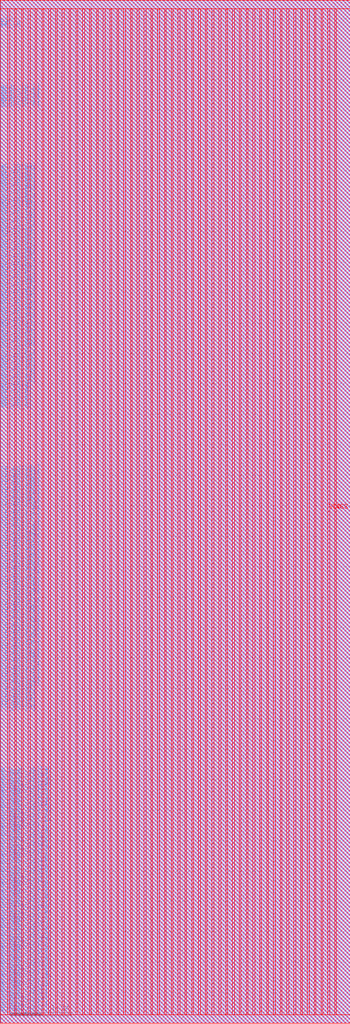
<source format=lef>
VERSION 5.7 ;
BUSBITCHARS "[]" ;
MACRO fakeram45_256x95
  FOREIGN fakeram45_256x95 0 0 ;
  SYMMETRY X Y R90 ;
  SIZE 57.570 BY 168.000 ;
  CLASS BLOCK ;
  PIN w_mask_in[0]
    DIRECTION INPUT ;
    USE SIGNAL ;
    SHAPE ABUTMENT ;
    PORT
      LAYER metal3 ;
      RECT 0.000 1.365 0.070 1.435 ;
    END
  END w_mask_in[0]
  PIN w_mask_in[1]
    DIRECTION INPUT ;
    USE SIGNAL ;
    SHAPE ABUTMENT ;
    PORT
      LAYER metal3 ;
      RECT 0.000 1.785 0.070 1.855 ;
    END
  END w_mask_in[1]
  PIN w_mask_in[2]
    DIRECTION INPUT ;
    USE SIGNAL ;
    SHAPE ABUTMENT ;
    PORT
      LAYER metal3 ;
      RECT 0.000 2.205 0.070 2.275 ;
    END
  END w_mask_in[2]
  PIN w_mask_in[3]
    DIRECTION INPUT ;
    USE SIGNAL ;
    SHAPE ABUTMENT ;
    PORT
      LAYER metal3 ;
      RECT 0.000 2.625 0.070 2.695 ;
    END
  END w_mask_in[3]
  PIN w_mask_in[4]
    DIRECTION INPUT ;
    USE SIGNAL ;
    SHAPE ABUTMENT ;
    PORT
      LAYER metal3 ;
      RECT 0.000 3.045 0.070 3.115 ;
    END
  END w_mask_in[4]
  PIN w_mask_in[5]
    DIRECTION INPUT ;
    USE SIGNAL ;
    SHAPE ABUTMENT ;
    PORT
      LAYER metal3 ;
      RECT 0.000 3.465 0.070 3.535 ;
    END
  END w_mask_in[5]
  PIN w_mask_in[6]
    DIRECTION INPUT ;
    USE SIGNAL ;
    SHAPE ABUTMENT ;
    PORT
      LAYER metal3 ;
      RECT 0.000 3.885 0.070 3.955 ;
    END
  END w_mask_in[6]
  PIN w_mask_in[7]
    DIRECTION INPUT ;
    USE SIGNAL ;
    SHAPE ABUTMENT ;
    PORT
      LAYER metal3 ;
      RECT 0.000 4.305 0.070 4.375 ;
    END
  END w_mask_in[7]
  PIN w_mask_in[8]
    DIRECTION INPUT ;
    USE SIGNAL ;
    SHAPE ABUTMENT ;
    PORT
      LAYER metal3 ;
      RECT 0.000 4.725 0.070 4.795 ;
    END
  END w_mask_in[8]
  PIN w_mask_in[9]
    DIRECTION INPUT ;
    USE SIGNAL ;
    SHAPE ABUTMENT ;
    PORT
      LAYER metal3 ;
      RECT 0.000 5.145 0.070 5.215 ;
    END
  END w_mask_in[9]
  PIN w_mask_in[10]
    DIRECTION INPUT ;
    USE SIGNAL ;
    SHAPE ABUTMENT ;
    PORT
      LAYER metal3 ;
      RECT 0.000 5.565 0.070 5.635 ;
    END
  END w_mask_in[10]
  PIN w_mask_in[11]
    DIRECTION INPUT ;
    USE SIGNAL ;
    SHAPE ABUTMENT ;
    PORT
      LAYER metal3 ;
      RECT 0.000 5.985 0.070 6.055 ;
    END
  END w_mask_in[11]
  PIN w_mask_in[12]
    DIRECTION INPUT ;
    USE SIGNAL ;
    SHAPE ABUTMENT ;
    PORT
      LAYER metal3 ;
      RECT 0.000 6.405 0.070 6.475 ;
    END
  END w_mask_in[12]
  PIN w_mask_in[13]
    DIRECTION INPUT ;
    USE SIGNAL ;
    SHAPE ABUTMENT ;
    PORT
      LAYER metal3 ;
      RECT 0.000 6.825 0.070 6.895 ;
    END
  END w_mask_in[13]
  PIN w_mask_in[14]
    DIRECTION INPUT ;
    USE SIGNAL ;
    SHAPE ABUTMENT ;
    PORT
      LAYER metal3 ;
      RECT 0.000 7.245 0.070 7.315 ;
    END
  END w_mask_in[14]
  PIN w_mask_in[15]
    DIRECTION INPUT ;
    USE SIGNAL ;
    SHAPE ABUTMENT ;
    PORT
      LAYER metal3 ;
      RECT 0.000 7.665 0.070 7.735 ;
    END
  END w_mask_in[15]
  PIN w_mask_in[16]
    DIRECTION INPUT ;
    USE SIGNAL ;
    SHAPE ABUTMENT ;
    PORT
      LAYER metal3 ;
      RECT 0.000 8.085 0.070 8.155 ;
    END
  END w_mask_in[16]
  PIN w_mask_in[17]
    DIRECTION INPUT ;
    USE SIGNAL ;
    SHAPE ABUTMENT ;
    PORT
      LAYER metal3 ;
      RECT 0.000 8.505 0.070 8.575 ;
    END
  END w_mask_in[17]
  PIN w_mask_in[18]
    DIRECTION INPUT ;
    USE SIGNAL ;
    SHAPE ABUTMENT ;
    PORT
      LAYER metal3 ;
      RECT 0.000 8.925 0.070 8.995 ;
    END
  END w_mask_in[18]
  PIN w_mask_in[19]
    DIRECTION INPUT ;
    USE SIGNAL ;
    SHAPE ABUTMENT ;
    PORT
      LAYER metal3 ;
      RECT 0.000 9.345 0.070 9.415 ;
    END
  END w_mask_in[19]
  PIN w_mask_in[20]
    DIRECTION INPUT ;
    USE SIGNAL ;
    SHAPE ABUTMENT ;
    PORT
      LAYER metal3 ;
      RECT 0.000 9.765 0.070 9.835 ;
    END
  END w_mask_in[20]
  PIN w_mask_in[21]
    DIRECTION INPUT ;
    USE SIGNAL ;
    SHAPE ABUTMENT ;
    PORT
      LAYER metal3 ;
      RECT 0.000 10.185 0.070 10.255 ;
    END
  END w_mask_in[21]
  PIN w_mask_in[22]
    DIRECTION INPUT ;
    USE SIGNAL ;
    SHAPE ABUTMENT ;
    PORT
      LAYER metal3 ;
      RECT 0.000 10.605 0.070 10.675 ;
    END
  END w_mask_in[22]
  PIN w_mask_in[23]
    DIRECTION INPUT ;
    USE SIGNAL ;
    SHAPE ABUTMENT ;
    PORT
      LAYER metal3 ;
      RECT 0.000 11.025 0.070 11.095 ;
    END
  END w_mask_in[23]
  PIN w_mask_in[24]
    DIRECTION INPUT ;
    USE SIGNAL ;
    SHAPE ABUTMENT ;
    PORT
      LAYER metal3 ;
      RECT 0.000 11.445 0.070 11.515 ;
    END
  END w_mask_in[24]
  PIN w_mask_in[25]
    DIRECTION INPUT ;
    USE SIGNAL ;
    SHAPE ABUTMENT ;
    PORT
      LAYER metal3 ;
      RECT 0.000 11.865 0.070 11.935 ;
    END
  END w_mask_in[25]
  PIN w_mask_in[26]
    DIRECTION INPUT ;
    USE SIGNAL ;
    SHAPE ABUTMENT ;
    PORT
      LAYER metal3 ;
      RECT 0.000 12.285 0.070 12.355 ;
    END
  END w_mask_in[26]
  PIN w_mask_in[27]
    DIRECTION INPUT ;
    USE SIGNAL ;
    SHAPE ABUTMENT ;
    PORT
      LAYER metal3 ;
      RECT 0.000 12.705 0.070 12.775 ;
    END
  END w_mask_in[27]
  PIN w_mask_in[28]
    DIRECTION INPUT ;
    USE SIGNAL ;
    SHAPE ABUTMENT ;
    PORT
      LAYER metal3 ;
      RECT 0.000 13.125 0.070 13.195 ;
    END
  END w_mask_in[28]
  PIN w_mask_in[29]
    DIRECTION INPUT ;
    USE SIGNAL ;
    SHAPE ABUTMENT ;
    PORT
      LAYER metal3 ;
      RECT 0.000 13.545 0.070 13.615 ;
    END
  END w_mask_in[29]
  PIN w_mask_in[30]
    DIRECTION INPUT ;
    USE SIGNAL ;
    SHAPE ABUTMENT ;
    PORT
      LAYER metal3 ;
      RECT 0.000 13.965 0.070 14.035 ;
    END
  END w_mask_in[30]
  PIN w_mask_in[31]
    DIRECTION INPUT ;
    USE SIGNAL ;
    SHAPE ABUTMENT ;
    PORT
      LAYER metal3 ;
      RECT 0.000 14.385 0.070 14.455 ;
    END
  END w_mask_in[31]
  PIN w_mask_in[32]
    DIRECTION INPUT ;
    USE SIGNAL ;
    SHAPE ABUTMENT ;
    PORT
      LAYER metal3 ;
      RECT 0.000 14.805 0.070 14.875 ;
    END
  END w_mask_in[32]
  PIN w_mask_in[33]
    DIRECTION INPUT ;
    USE SIGNAL ;
    SHAPE ABUTMENT ;
    PORT
      LAYER metal3 ;
      RECT 0.000 15.225 0.070 15.295 ;
    END
  END w_mask_in[33]
  PIN w_mask_in[34]
    DIRECTION INPUT ;
    USE SIGNAL ;
    SHAPE ABUTMENT ;
    PORT
      LAYER metal3 ;
      RECT 0.000 15.645 0.070 15.715 ;
    END
  END w_mask_in[34]
  PIN w_mask_in[35]
    DIRECTION INPUT ;
    USE SIGNAL ;
    SHAPE ABUTMENT ;
    PORT
      LAYER metal3 ;
      RECT 0.000 16.065 0.070 16.135 ;
    END
  END w_mask_in[35]
  PIN w_mask_in[36]
    DIRECTION INPUT ;
    USE SIGNAL ;
    SHAPE ABUTMENT ;
    PORT
      LAYER metal3 ;
      RECT 0.000 16.485 0.070 16.555 ;
    END
  END w_mask_in[36]
  PIN w_mask_in[37]
    DIRECTION INPUT ;
    USE SIGNAL ;
    SHAPE ABUTMENT ;
    PORT
      LAYER metal3 ;
      RECT 0.000 16.905 0.070 16.975 ;
    END
  END w_mask_in[37]
  PIN w_mask_in[38]
    DIRECTION INPUT ;
    USE SIGNAL ;
    SHAPE ABUTMENT ;
    PORT
      LAYER metal3 ;
      RECT 0.000 17.325 0.070 17.395 ;
    END
  END w_mask_in[38]
  PIN w_mask_in[39]
    DIRECTION INPUT ;
    USE SIGNAL ;
    SHAPE ABUTMENT ;
    PORT
      LAYER metal3 ;
      RECT 0.000 17.745 0.070 17.815 ;
    END
  END w_mask_in[39]
  PIN w_mask_in[40]
    DIRECTION INPUT ;
    USE SIGNAL ;
    SHAPE ABUTMENT ;
    PORT
      LAYER metal3 ;
      RECT 0.000 18.165 0.070 18.235 ;
    END
  END w_mask_in[40]
  PIN w_mask_in[41]
    DIRECTION INPUT ;
    USE SIGNAL ;
    SHAPE ABUTMENT ;
    PORT
      LAYER metal3 ;
      RECT 0.000 18.585 0.070 18.655 ;
    END
  END w_mask_in[41]
  PIN w_mask_in[42]
    DIRECTION INPUT ;
    USE SIGNAL ;
    SHAPE ABUTMENT ;
    PORT
      LAYER metal3 ;
      RECT 0.000 19.005 0.070 19.075 ;
    END
  END w_mask_in[42]
  PIN w_mask_in[43]
    DIRECTION INPUT ;
    USE SIGNAL ;
    SHAPE ABUTMENT ;
    PORT
      LAYER metal3 ;
      RECT 0.000 19.425 0.070 19.495 ;
    END
  END w_mask_in[43]
  PIN w_mask_in[44]
    DIRECTION INPUT ;
    USE SIGNAL ;
    SHAPE ABUTMENT ;
    PORT
      LAYER metal3 ;
      RECT 0.000 19.845 0.070 19.915 ;
    END
  END w_mask_in[44]
  PIN w_mask_in[45]
    DIRECTION INPUT ;
    USE SIGNAL ;
    SHAPE ABUTMENT ;
    PORT
      LAYER metal3 ;
      RECT 0.000 20.265 0.070 20.335 ;
    END
  END w_mask_in[45]
  PIN w_mask_in[46]
    DIRECTION INPUT ;
    USE SIGNAL ;
    SHAPE ABUTMENT ;
    PORT
      LAYER metal3 ;
      RECT 0.000 20.685 0.070 20.755 ;
    END
  END w_mask_in[46]
  PIN w_mask_in[47]
    DIRECTION INPUT ;
    USE SIGNAL ;
    SHAPE ABUTMENT ;
    PORT
      LAYER metal3 ;
      RECT 0.000 21.105 0.070 21.175 ;
    END
  END w_mask_in[47]
  PIN w_mask_in[48]
    DIRECTION INPUT ;
    USE SIGNAL ;
    SHAPE ABUTMENT ;
    PORT
      LAYER metal3 ;
      RECT 0.000 21.525 0.070 21.595 ;
    END
  END w_mask_in[48]
  PIN w_mask_in[49]
    DIRECTION INPUT ;
    USE SIGNAL ;
    SHAPE ABUTMENT ;
    PORT
      LAYER metal3 ;
      RECT 0.000 21.945 0.070 22.015 ;
    END
  END w_mask_in[49]
  PIN w_mask_in[50]
    DIRECTION INPUT ;
    USE SIGNAL ;
    SHAPE ABUTMENT ;
    PORT
      LAYER metal3 ;
      RECT 0.000 22.365 0.070 22.435 ;
    END
  END w_mask_in[50]
  PIN w_mask_in[51]
    DIRECTION INPUT ;
    USE SIGNAL ;
    SHAPE ABUTMENT ;
    PORT
      LAYER metal3 ;
      RECT 0.000 22.785 0.070 22.855 ;
    END
  END w_mask_in[51]
  PIN w_mask_in[52]
    DIRECTION INPUT ;
    USE SIGNAL ;
    SHAPE ABUTMENT ;
    PORT
      LAYER metal3 ;
      RECT 0.000 23.205 0.070 23.275 ;
    END
  END w_mask_in[52]
  PIN w_mask_in[53]
    DIRECTION INPUT ;
    USE SIGNAL ;
    SHAPE ABUTMENT ;
    PORT
      LAYER metal3 ;
      RECT 0.000 23.625 0.070 23.695 ;
    END
  END w_mask_in[53]
  PIN w_mask_in[54]
    DIRECTION INPUT ;
    USE SIGNAL ;
    SHAPE ABUTMENT ;
    PORT
      LAYER metal3 ;
      RECT 0.000 24.045 0.070 24.115 ;
    END
  END w_mask_in[54]
  PIN w_mask_in[55]
    DIRECTION INPUT ;
    USE SIGNAL ;
    SHAPE ABUTMENT ;
    PORT
      LAYER metal3 ;
      RECT 0.000 24.465 0.070 24.535 ;
    END
  END w_mask_in[55]
  PIN w_mask_in[56]
    DIRECTION INPUT ;
    USE SIGNAL ;
    SHAPE ABUTMENT ;
    PORT
      LAYER metal3 ;
      RECT 0.000 24.885 0.070 24.955 ;
    END
  END w_mask_in[56]
  PIN w_mask_in[57]
    DIRECTION INPUT ;
    USE SIGNAL ;
    SHAPE ABUTMENT ;
    PORT
      LAYER metal3 ;
      RECT 0.000 25.305 0.070 25.375 ;
    END
  END w_mask_in[57]
  PIN w_mask_in[58]
    DIRECTION INPUT ;
    USE SIGNAL ;
    SHAPE ABUTMENT ;
    PORT
      LAYER metal3 ;
      RECT 0.000 25.725 0.070 25.795 ;
    END
  END w_mask_in[58]
  PIN w_mask_in[59]
    DIRECTION INPUT ;
    USE SIGNAL ;
    SHAPE ABUTMENT ;
    PORT
      LAYER metal3 ;
      RECT 0.000 26.145 0.070 26.215 ;
    END
  END w_mask_in[59]
  PIN w_mask_in[60]
    DIRECTION INPUT ;
    USE SIGNAL ;
    SHAPE ABUTMENT ;
    PORT
      LAYER metal3 ;
      RECT 0.000 26.565 0.070 26.635 ;
    END
  END w_mask_in[60]
  PIN w_mask_in[61]
    DIRECTION INPUT ;
    USE SIGNAL ;
    SHAPE ABUTMENT ;
    PORT
      LAYER metal3 ;
      RECT 0.000 26.985 0.070 27.055 ;
    END
  END w_mask_in[61]
  PIN w_mask_in[62]
    DIRECTION INPUT ;
    USE SIGNAL ;
    SHAPE ABUTMENT ;
    PORT
      LAYER metal3 ;
      RECT 0.000 27.405 0.070 27.475 ;
    END
  END w_mask_in[62]
  PIN w_mask_in[63]
    DIRECTION INPUT ;
    USE SIGNAL ;
    SHAPE ABUTMENT ;
    PORT
      LAYER metal3 ;
      RECT 0.000 27.825 0.070 27.895 ;
    END
  END w_mask_in[63]
  PIN w_mask_in[64]
    DIRECTION INPUT ;
    USE SIGNAL ;
    SHAPE ABUTMENT ;
    PORT
      LAYER metal3 ;
      RECT 0.000 28.245 0.070 28.315 ;
    END
  END w_mask_in[64]
  PIN w_mask_in[65]
    DIRECTION INPUT ;
    USE SIGNAL ;
    SHAPE ABUTMENT ;
    PORT
      LAYER metal3 ;
      RECT 0.000 28.665 0.070 28.735 ;
    END
  END w_mask_in[65]
  PIN w_mask_in[66]
    DIRECTION INPUT ;
    USE SIGNAL ;
    SHAPE ABUTMENT ;
    PORT
      LAYER metal3 ;
      RECT 0.000 29.085 0.070 29.155 ;
    END
  END w_mask_in[66]
  PIN w_mask_in[67]
    DIRECTION INPUT ;
    USE SIGNAL ;
    SHAPE ABUTMENT ;
    PORT
      LAYER metal3 ;
      RECT 0.000 29.505 0.070 29.575 ;
    END
  END w_mask_in[67]
  PIN w_mask_in[68]
    DIRECTION INPUT ;
    USE SIGNAL ;
    SHAPE ABUTMENT ;
    PORT
      LAYER metal3 ;
      RECT 0.000 29.925 0.070 29.995 ;
    END
  END w_mask_in[68]
  PIN w_mask_in[69]
    DIRECTION INPUT ;
    USE SIGNAL ;
    SHAPE ABUTMENT ;
    PORT
      LAYER metal3 ;
      RECT 0.000 30.345 0.070 30.415 ;
    END
  END w_mask_in[69]
  PIN w_mask_in[70]
    DIRECTION INPUT ;
    USE SIGNAL ;
    SHAPE ABUTMENT ;
    PORT
      LAYER metal3 ;
      RECT 0.000 30.765 0.070 30.835 ;
    END
  END w_mask_in[70]
  PIN w_mask_in[71]
    DIRECTION INPUT ;
    USE SIGNAL ;
    SHAPE ABUTMENT ;
    PORT
      LAYER metal3 ;
      RECT 0.000 31.185 0.070 31.255 ;
    END
  END w_mask_in[71]
  PIN w_mask_in[72]
    DIRECTION INPUT ;
    USE SIGNAL ;
    SHAPE ABUTMENT ;
    PORT
      LAYER metal3 ;
      RECT 0.000 31.605 0.070 31.675 ;
    END
  END w_mask_in[72]
  PIN w_mask_in[73]
    DIRECTION INPUT ;
    USE SIGNAL ;
    SHAPE ABUTMENT ;
    PORT
      LAYER metal3 ;
      RECT 0.000 32.025 0.070 32.095 ;
    END
  END w_mask_in[73]
  PIN w_mask_in[74]
    DIRECTION INPUT ;
    USE SIGNAL ;
    SHAPE ABUTMENT ;
    PORT
      LAYER metal3 ;
      RECT 0.000 32.445 0.070 32.515 ;
    END
  END w_mask_in[74]
  PIN w_mask_in[75]
    DIRECTION INPUT ;
    USE SIGNAL ;
    SHAPE ABUTMENT ;
    PORT
      LAYER metal3 ;
      RECT 0.000 32.865 0.070 32.935 ;
    END
  END w_mask_in[75]
  PIN w_mask_in[76]
    DIRECTION INPUT ;
    USE SIGNAL ;
    SHAPE ABUTMENT ;
    PORT
      LAYER metal3 ;
      RECT 0.000 33.285 0.070 33.355 ;
    END
  END w_mask_in[76]
  PIN w_mask_in[77]
    DIRECTION INPUT ;
    USE SIGNAL ;
    SHAPE ABUTMENT ;
    PORT
      LAYER metal3 ;
      RECT 0.000 33.705 0.070 33.775 ;
    END
  END w_mask_in[77]
  PIN w_mask_in[78]
    DIRECTION INPUT ;
    USE SIGNAL ;
    SHAPE ABUTMENT ;
    PORT
      LAYER metal3 ;
      RECT 0.000 34.125 0.070 34.195 ;
    END
  END w_mask_in[78]
  PIN w_mask_in[79]
    DIRECTION INPUT ;
    USE SIGNAL ;
    SHAPE ABUTMENT ;
    PORT
      LAYER metal3 ;
      RECT 0.000 34.545 0.070 34.615 ;
    END
  END w_mask_in[79]
  PIN w_mask_in[80]
    DIRECTION INPUT ;
    USE SIGNAL ;
    SHAPE ABUTMENT ;
    PORT
      LAYER metal3 ;
      RECT 0.000 34.965 0.070 35.035 ;
    END
  END w_mask_in[80]
  PIN w_mask_in[81]
    DIRECTION INPUT ;
    USE SIGNAL ;
    SHAPE ABUTMENT ;
    PORT
      LAYER metal3 ;
      RECT 0.000 35.385 0.070 35.455 ;
    END
  END w_mask_in[81]
  PIN w_mask_in[82]
    DIRECTION INPUT ;
    USE SIGNAL ;
    SHAPE ABUTMENT ;
    PORT
      LAYER metal3 ;
      RECT 0.000 35.805 0.070 35.875 ;
    END
  END w_mask_in[82]
  PIN w_mask_in[83]
    DIRECTION INPUT ;
    USE SIGNAL ;
    SHAPE ABUTMENT ;
    PORT
      LAYER metal3 ;
      RECT 0.000 36.225 0.070 36.295 ;
    END
  END w_mask_in[83]
  PIN w_mask_in[84]
    DIRECTION INPUT ;
    USE SIGNAL ;
    SHAPE ABUTMENT ;
    PORT
      LAYER metal3 ;
      RECT 0.000 36.645 0.070 36.715 ;
    END
  END w_mask_in[84]
  PIN w_mask_in[85]
    DIRECTION INPUT ;
    USE SIGNAL ;
    SHAPE ABUTMENT ;
    PORT
      LAYER metal3 ;
      RECT 0.000 37.065 0.070 37.135 ;
    END
  END w_mask_in[85]
  PIN w_mask_in[86]
    DIRECTION INPUT ;
    USE SIGNAL ;
    SHAPE ABUTMENT ;
    PORT
      LAYER metal3 ;
      RECT 0.000 37.485 0.070 37.555 ;
    END
  END w_mask_in[86]
  PIN w_mask_in[87]
    DIRECTION INPUT ;
    USE SIGNAL ;
    SHAPE ABUTMENT ;
    PORT
      LAYER metal3 ;
      RECT 0.000 37.905 0.070 37.975 ;
    END
  END w_mask_in[87]
  PIN w_mask_in[88]
    DIRECTION INPUT ;
    USE SIGNAL ;
    SHAPE ABUTMENT ;
    PORT
      LAYER metal3 ;
      RECT 0.000 38.325 0.070 38.395 ;
    END
  END w_mask_in[88]
  PIN w_mask_in[89]
    DIRECTION INPUT ;
    USE SIGNAL ;
    SHAPE ABUTMENT ;
    PORT
      LAYER metal3 ;
      RECT 0.000 38.745 0.070 38.815 ;
    END
  END w_mask_in[89]
  PIN w_mask_in[90]
    DIRECTION INPUT ;
    USE SIGNAL ;
    SHAPE ABUTMENT ;
    PORT
      LAYER metal3 ;
      RECT 0.000 39.165 0.070 39.235 ;
    END
  END w_mask_in[90]
  PIN w_mask_in[91]
    DIRECTION INPUT ;
    USE SIGNAL ;
    SHAPE ABUTMENT ;
    PORT
      LAYER metal3 ;
      RECT 0.000 39.585 0.070 39.655 ;
    END
  END w_mask_in[91]
  PIN w_mask_in[92]
    DIRECTION INPUT ;
    USE SIGNAL ;
    SHAPE ABUTMENT ;
    PORT
      LAYER metal3 ;
      RECT 0.000 40.005 0.070 40.075 ;
    END
  END w_mask_in[92]
  PIN w_mask_in[93]
    DIRECTION INPUT ;
    USE SIGNAL ;
    SHAPE ABUTMENT ;
    PORT
      LAYER metal3 ;
      RECT 0.000 40.425 0.070 40.495 ;
    END
  END w_mask_in[93]
  PIN w_mask_in[94]
    DIRECTION INPUT ;
    USE SIGNAL ;
    SHAPE ABUTMENT ;
    PORT
      LAYER metal3 ;
      RECT 0.000 40.845 0.070 40.915 ;
    END
  END w_mask_in[94]
  PIN rd_out[0]
    DIRECTION OUTPUT ;
    USE SIGNAL ;
    SHAPE ABUTMENT ;
    PORT
      LAYER metal3 ;
      RECT 0.000 50.925 0.070 50.995 ;
    END
  END rd_out[0]
  PIN rd_out[1]
    DIRECTION OUTPUT ;
    USE SIGNAL ;
    SHAPE ABUTMENT ;
    PORT
      LAYER metal3 ;
      RECT 0.000 51.345 0.070 51.415 ;
    END
  END rd_out[1]
  PIN rd_out[2]
    DIRECTION OUTPUT ;
    USE SIGNAL ;
    SHAPE ABUTMENT ;
    PORT
      LAYER metal3 ;
      RECT 0.000 51.765 0.070 51.835 ;
    END
  END rd_out[2]
  PIN rd_out[3]
    DIRECTION OUTPUT ;
    USE SIGNAL ;
    SHAPE ABUTMENT ;
    PORT
      LAYER metal3 ;
      RECT 0.000 52.185 0.070 52.255 ;
    END
  END rd_out[3]
  PIN rd_out[4]
    DIRECTION OUTPUT ;
    USE SIGNAL ;
    SHAPE ABUTMENT ;
    PORT
      LAYER metal3 ;
      RECT 0.000 52.605 0.070 52.675 ;
    END
  END rd_out[4]
  PIN rd_out[5]
    DIRECTION OUTPUT ;
    USE SIGNAL ;
    SHAPE ABUTMENT ;
    PORT
      LAYER metal3 ;
      RECT 0.000 53.025 0.070 53.095 ;
    END
  END rd_out[5]
  PIN rd_out[6]
    DIRECTION OUTPUT ;
    USE SIGNAL ;
    SHAPE ABUTMENT ;
    PORT
      LAYER metal3 ;
      RECT 0.000 53.445 0.070 53.515 ;
    END
  END rd_out[6]
  PIN rd_out[7]
    DIRECTION OUTPUT ;
    USE SIGNAL ;
    SHAPE ABUTMENT ;
    PORT
      LAYER metal3 ;
      RECT 0.000 53.865 0.070 53.935 ;
    END
  END rd_out[7]
  PIN rd_out[8]
    DIRECTION OUTPUT ;
    USE SIGNAL ;
    SHAPE ABUTMENT ;
    PORT
      LAYER metal3 ;
      RECT 0.000 54.285 0.070 54.355 ;
    END
  END rd_out[8]
  PIN rd_out[9]
    DIRECTION OUTPUT ;
    USE SIGNAL ;
    SHAPE ABUTMENT ;
    PORT
      LAYER metal3 ;
      RECT 0.000 54.705 0.070 54.775 ;
    END
  END rd_out[9]
  PIN rd_out[10]
    DIRECTION OUTPUT ;
    USE SIGNAL ;
    SHAPE ABUTMENT ;
    PORT
      LAYER metal3 ;
      RECT 0.000 55.125 0.070 55.195 ;
    END
  END rd_out[10]
  PIN rd_out[11]
    DIRECTION OUTPUT ;
    USE SIGNAL ;
    SHAPE ABUTMENT ;
    PORT
      LAYER metal3 ;
      RECT 0.000 55.545 0.070 55.615 ;
    END
  END rd_out[11]
  PIN rd_out[12]
    DIRECTION OUTPUT ;
    USE SIGNAL ;
    SHAPE ABUTMENT ;
    PORT
      LAYER metal3 ;
      RECT 0.000 55.965 0.070 56.035 ;
    END
  END rd_out[12]
  PIN rd_out[13]
    DIRECTION OUTPUT ;
    USE SIGNAL ;
    SHAPE ABUTMENT ;
    PORT
      LAYER metal3 ;
      RECT 0.000 56.385 0.070 56.455 ;
    END
  END rd_out[13]
  PIN rd_out[14]
    DIRECTION OUTPUT ;
    USE SIGNAL ;
    SHAPE ABUTMENT ;
    PORT
      LAYER metal3 ;
      RECT 0.000 56.805 0.070 56.875 ;
    END
  END rd_out[14]
  PIN rd_out[15]
    DIRECTION OUTPUT ;
    USE SIGNAL ;
    SHAPE ABUTMENT ;
    PORT
      LAYER metal3 ;
      RECT 0.000 57.225 0.070 57.295 ;
    END
  END rd_out[15]
  PIN rd_out[16]
    DIRECTION OUTPUT ;
    USE SIGNAL ;
    SHAPE ABUTMENT ;
    PORT
      LAYER metal3 ;
      RECT 0.000 57.645 0.070 57.715 ;
    END
  END rd_out[16]
  PIN rd_out[17]
    DIRECTION OUTPUT ;
    USE SIGNAL ;
    SHAPE ABUTMENT ;
    PORT
      LAYER metal3 ;
      RECT 0.000 58.065 0.070 58.135 ;
    END
  END rd_out[17]
  PIN rd_out[18]
    DIRECTION OUTPUT ;
    USE SIGNAL ;
    SHAPE ABUTMENT ;
    PORT
      LAYER metal3 ;
      RECT 0.000 58.485 0.070 58.555 ;
    END
  END rd_out[18]
  PIN rd_out[19]
    DIRECTION OUTPUT ;
    USE SIGNAL ;
    SHAPE ABUTMENT ;
    PORT
      LAYER metal3 ;
      RECT 0.000 58.905 0.070 58.975 ;
    END
  END rd_out[19]
  PIN rd_out[20]
    DIRECTION OUTPUT ;
    USE SIGNAL ;
    SHAPE ABUTMENT ;
    PORT
      LAYER metal3 ;
      RECT 0.000 59.325 0.070 59.395 ;
    END
  END rd_out[20]
  PIN rd_out[21]
    DIRECTION OUTPUT ;
    USE SIGNAL ;
    SHAPE ABUTMENT ;
    PORT
      LAYER metal3 ;
      RECT 0.000 59.745 0.070 59.815 ;
    END
  END rd_out[21]
  PIN rd_out[22]
    DIRECTION OUTPUT ;
    USE SIGNAL ;
    SHAPE ABUTMENT ;
    PORT
      LAYER metal3 ;
      RECT 0.000 60.165 0.070 60.235 ;
    END
  END rd_out[22]
  PIN rd_out[23]
    DIRECTION OUTPUT ;
    USE SIGNAL ;
    SHAPE ABUTMENT ;
    PORT
      LAYER metal3 ;
      RECT 0.000 60.585 0.070 60.655 ;
    END
  END rd_out[23]
  PIN rd_out[24]
    DIRECTION OUTPUT ;
    USE SIGNAL ;
    SHAPE ABUTMENT ;
    PORT
      LAYER metal3 ;
      RECT 0.000 61.005 0.070 61.075 ;
    END
  END rd_out[24]
  PIN rd_out[25]
    DIRECTION OUTPUT ;
    USE SIGNAL ;
    SHAPE ABUTMENT ;
    PORT
      LAYER metal3 ;
      RECT 0.000 61.425 0.070 61.495 ;
    END
  END rd_out[25]
  PIN rd_out[26]
    DIRECTION OUTPUT ;
    USE SIGNAL ;
    SHAPE ABUTMENT ;
    PORT
      LAYER metal3 ;
      RECT 0.000 61.845 0.070 61.915 ;
    END
  END rd_out[26]
  PIN rd_out[27]
    DIRECTION OUTPUT ;
    USE SIGNAL ;
    SHAPE ABUTMENT ;
    PORT
      LAYER metal3 ;
      RECT 0.000 62.265 0.070 62.335 ;
    END
  END rd_out[27]
  PIN rd_out[28]
    DIRECTION OUTPUT ;
    USE SIGNAL ;
    SHAPE ABUTMENT ;
    PORT
      LAYER metal3 ;
      RECT 0.000 62.685 0.070 62.755 ;
    END
  END rd_out[28]
  PIN rd_out[29]
    DIRECTION OUTPUT ;
    USE SIGNAL ;
    SHAPE ABUTMENT ;
    PORT
      LAYER metal3 ;
      RECT 0.000 63.105 0.070 63.175 ;
    END
  END rd_out[29]
  PIN rd_out[30]
    DIRECTION OUTPUT ;
    USE SIGNAL ;
    SHAPE ABUTMENT ;
    PORT
      LAYER metal3 ;
      RECT 0.000 63.525 0.070 63.595 ;
    END
  END rd_out[30]
  PIN rd_out[31]
    DIRECTION OUTPUT ;
    USE SIGNAL ;
    SHAPE ABUTMENT ;
    PORT
      LAYER metal3 ;
      RECT 0.000 63.945 0.070 64.015 ;
    END
  END rd_out[31]
  PIN rd_out[32]
    DIRECTION OUTPUT ;
    USE SIGNAL ;
    SHAPE ABUTMENT ;
    PORT
      LAYER metal3 ;
      RECT 0.000 64.365 0.070 64.435 ;
    END
  END rd_out[32]
  PIN rd_out[33]
    DIRECTION OUTPUT ;
    USE SIGNAL ;
    SHAPE ABUTMENT ;
    PORT
      LAYER metal3 ;
      RECT 0.000 64.785 0.070 64.855 ;
    END
  END rd_out[33]
  PIN rd_out[34]
    DIRECTION OUTPUT ;
    USE SIGNAL ;
    SHAPE ABUTMENT ;
    PORT
      LAYER metal3 ;
      RECT 0.000 65.205 0.070 65.275 ;
    END
  END rd_out[34]
  PIN rd_out[35]
    DIRECTION OUTPUT ;
    USE SIGNAL ;
    SHAPE ABUTMENT ;
    PORT
      LAYER metal3 ;
      RECT 0.000 65.625 0.070 65.695 ;
    END
  END rd_out[35]
  PIN rd_out[36]
    DIRECTION OUTPUT ;
    USE SIGNAL ;
    SHAPE ABUTMENT ;
    PORT
      LAYER metal3 ;
      RECT 0.000 66.045 0.070 66.115 ;
    END
  END rd_out[36]
  PIN rd_out[37]
    DIRECTION OUTPUT ;
    USE SIGNAL ;
    SHAPE ABUTMENT ;
    PORT
      LAYER metal3 ;
      RECT 0.000 66.465 0.070 66.535 ;
    END
  END rd_out[37]
  PIN rd_out[38]
    DIRECTION OUTPUT ;
    USE SIGNAL ;
    SHAPE ABUTMENT ;
    PORT
      LAYER metal3 ;
      RECT 0.000 66.885 0.070 66.955 ;
    END
  END rd_out[38]
  PIN rd_out[39]
    DIRECTION OUTPUT ;
    USE SIGNAL ;
    SHAPE ABUTMENT ;
    PORT
      LAYER metal3 ;
      RECT 0.000 67.305 0.070 67.375 ;
    END
  END rd_out[39]
  PIN rd_out[40]
    DIRECTION OUTPUT ;
    USE SIGNAL ;
    SHAPE ABUTMENT ;
    PORT
      LAYER metal3 ;
      RECT 0.000 67.725 0.070 67.795 ;
    END
  END rd_out[40]
  PIN rd_out[41]
    DIRECTION OUTPUT ;
    USE SIGNAL ;
    SHAPE ABUTMENT ;
    PORT
      LAYER metal3 ;
      RECT 0.000 68.145 0.070 68.215 ;
    END
  END rd_out[41]
  PIN rd_out[42]
    DIRECTION OUTPUT ;
    USE SIGNAL ;
    SHAPE ABUTMENT ;
    PORT
      LAYER metal3 ;
      RECT 0.000 68.565 0.070 68.635 ;
    END
  END rd_out[42]
  PIN rd_out[43]
    DIRECTION OUTPUT ;
    USE SIGNAL ;
    SHAPE ABUTMENT ;
    PORT
      LAYER metal3 ;
      RECT 0.000 68.985 0.070 69.055 ;
    END
  END rd_out[43]
  PIN rd_out[44]
    DIRECTION OUTPUT ;
    USE SIGNAL ;
    SHAPE ABUTMENT ;
    PORT
      LAYER metal3 ;
      RECT 0.000 69.405 0.070 69.475 ;
    END
  END rd_out[44]
  PIN rd_out[45]
    DIRECTION OUTPUT ;
    USE SIGNAL ;
    SHAPE ABUTMENT ;
    PORT
      LAYER metal3 ;
      RECT 0.000 69.825 0.070 69.895 ;
    END
  END rd_out[45]
  PIN rd_out[46]
    DIRECTION OUTPUT ;
    USE SIGNAL ;
    SHAPE ABUTMENT ;
    PORT
      LAYER metal3 ;
      RECT 0.000 70.245 0.070 70.315 ;
    END
  END rd_out[46]
  PIN rd_out[47]
    DIRECTION OUTPUT ;
    USE SIGNAL ;
    SHAPE ABUTMENT ;
    PORT
      LAYER metal3 ;
      RECT 0.000 70.665 0.070 70.735 ;
    END
  END rd_out[47]
  PIN rd_out[48]
    DIRECTION OUTPUT ;
    USE SIGNAL ;
    SHAPE ABUTMENT ;
    PORT
      LAYER metal3 ;
      RECT 0.000 71.085 0.070 71.155 ;
    END
  END rd_out[48]
  PIN rd_out[49]
    DIRECTION OUTPUT ;
    USE SIGNAL ;
    SHAPE ABUTMENT ;
    PORT
      LAYER metal3 ;
      RECT 0.000 71.505 0.070 71.575 ;
    END
  END rd_out[49]
  PIN rd_out[50]
    DIRECTION OUTPUT ;
    USE SIGNAL ;
    SHAPE ABUTMENT ;
    PORT
      LAYER metal3 ;
      RECT 0.000 71.925 0.070 71.995 ;
    END
  END rd_out[50]
  PIN rd_out[51]
    DIRECTION OUTPUT ;
    USE SIGNAL ;
    SHAPE ABUTMENT ;
    PORT
      LAYER metal3 ;
      RECT 0.000 72.345 0.070 72.415 ;
    END
  END rd_out[51]
  PIN rd_out[52]
    DIRECTION OUTPUT ;
    USE SIGNAL ;
    SHAPE ABUTMENT ;
    PORT
      LAYER metal3 ;
      RECT 0.000 72.765 0.070 72.835 ;
    END
  END rd_out[52]
  PIN rd_out[53]
    DIRECTION OUTPUT ;
    USE SIGNAL ;
    SHAPE ABUTMENT ;
    PORT
      LAYER metal3 ;
      RECT 0.000 73.185 0.070 73.255 ;
    END
  END rd_out[53]
  PIN rd_out[54]
    DIRECTION OUTPUT ;
    USE SIGNAL ;
    SHAPE ABUTMENT ;
    PORT
      LAYER metal3 ;
      RECT 0.000 73.605 0.070 73.675 ;
    END
  END rd_out[54]
  PIN rd_out[55]
    DIRECTION OUTPUT ;
    USE SIGNAL ;
    SHAPE ABUTMENT ;
    PORT
      LAYER metal3 ;
      RECT 0.000 74.025 0.070 74.095 ;
    END
  END rd_out[55]
  PIN rd_out[56]
    DIRECTION OUTPUT ;
    USE SIGNAL ;
    SHAPE ABUTMENT ;
    PORT
      LAYER metal3 ;
      RECT 0.000 74.445 0.070 74.515 ;
    END
  END rd_out[56]
  PIN rd_out[57]
    DIRECTION OUTPUT ;
    USE SIGNAL ;
    SHAPE ABUTMENT ;
    PORT
      LAYER metal3 ;
      RECT 0.000 74.865 0.070 74.935 ;
    END
  END rd_out[57]
  PIN rd_out[58]
    DIRECTION OUTPUT ;
    USE SIGNAL ;
    SHAPE ABUTMENT ;
    PORT
      LAYER metal3 ;
      RECT 0.000 75.285 0.070 75.355 ;
    END
  END rd_out[58]
  PIN rd_out[59]
    DIRECTION OUTPUT ;
    USE SIGNAL ;
    SHAPE ABUTMENT ;
    PORT
      LAYER metal3 ;
      RECT 0.000 75.705 0.070 75.775 ;
    END
  END rd_out[59]
  PIN rd_out[60]
    DIRECTION OUTPUT ;
    USE SIGNAL ;
    SHAPE ABUTMENT ;
    PORT
      LAYER metal3 ;
      RECT 0.000 76.125 0.070 76.195 ;
    END
  END rd_out[60]
  PIN rd_out[61]
    DIRECTION OUTPUT ;
    USE SIGNAL ;
    SHAPE ABUTMENT ;
    PORT
      LAYER metal3 ;
      RECT 0.000 76.545 0.070 76.615 ;
    END
  END rd_out[61]
  PIN rd_out[62]
    DIRECTION OUTPUT ;
    USE SIGNAL ;
    SHAPE ABUTMENT ;
    PORT
      LAYER metal3 ;
      RECT 0.000 76.965 0.070 77.035 ;
    END
  END rd_out[62]
  PIN rd_out[63]
    DIRECTION OUTPUT ;
    USE SIGNAL ;
    SHAPE ABUTMENT ;
    PORT
      LAYER metal3 ;
      RECT 0.000 77.385 0.070 77.455 ;
    END
  END rd_out[63]
  PIN rd_out[64]
    DIRECTION OUTPUT ;
    USE SIGNAL ;
    SHAPE ABUTMENT ;
    PORT
      LAYER metal3 ;
      RECT 0.000 77.805 0.070 77.875 ;
    END
  END rd_out[64]
  PIN rd_out[65]
    DIRECTION OUTPUT ;
    USE SIGNAL ;
    SHAPE ABUTMENT ;
    PORT
      LAYER metal3 ;
      RECT 0.000 78.225 0.070 78.295 ;
    END
  END rd_out[65]
  PIN rd_out[66]
    DIRECTION OUTPUT ;
    USE SIGNAL ;
    SHAPE ABUTMENT ;
    PORT
      LAYER metal3 ;
      RECT 0.000 78.645 0.070 78.715 ;
    END
  END rd_out[66]
  PIN rd_out[67]
    DIRECTION OUTPUT ;
    USE SIGNAL ;
    SHAPE ABUTMENT ;
    PORT
      LAYER metal3 ;
      RECT 0.000 79.065 0.070 79.135 ;
    END
  END rd_out[67]
  PIN rd_out[68]
    DIRECTION OUTPUT ;
    USE SIGNAL ;
    SHAPE ABUTMENT ;
    PORT
      LAYER metal3 ;
      RECT 0.000 79.485 0.070 79.555 ;
    END
  END rd_out[68]
  PIN rd_out[69]
    DIRECTION OUTPUT ;
    USE SIGNAL ;
    SHAPE ABUTMENT ;
    PORT
      LAYER metal3 ;
      RECT 0.000 79.905 0.070 79.975 ;
    END
  END rd_out[69]
  PIN rd_out[70]
    DIRECTION OUTPUT ;
    USE SIGNAL ;
    SHAPE ABUTMENT ;
    PORT
      LAYER metal3 ;
      RECT 0.000 80.325 0.070 80.395 ;
    END
  END rd_out[70]
  PIN rd_out[71]
    DIRECTION OUTPUT ;
    USE SIGNAL ;
    SHAPE ABUTMENT ;
    PORT
      LAYER metal3 ;
      RECT 0.000 80.745 0.070 80.815 ;
    END
  END rd_out[71]
  PIN rd_out[72]
    DIRECTION OUTPUT ;
    USE SIGNAL ;
    SHAPE ABUTMENT ;
    PORT
      LAYER metal3 ;
      RECT 0.000 81.165 0.070 81.235 ;
    END
  END rd_out[72]
  PIN rd_out[73]
    DIRECTION OUTPUT ;
    USE SIGNAL ;
    SHAPE ABUTMENT ;
    PORT
      LAYER metal3 ;
      RECT 0.000 81.585 0.070 81.655 ;
    END
  END rd_out[73]
  PIN rd_out[74]
    DIRECTION OUTPUT ;
    USE SIGNAL ;
    SHAPE ABUTMENT ;
    PORT
      LAYER metal3 ;
      RECT 0.000 82.005 0.070 82.075 ;
    END
  END rd_out[74]
  PIN rd_out[75]
    DIRECTION OUTPUT ;
    USE SIGNAL ;
    SHAPE ABUTMENT ;
    PORT
      LAYER metal3 ;
      RECT 0.000 82.425 0.070 82.495 ;
    END
  END rd_out[75]
  PIN rd_out[76]
    DIRECTION OUTPUT ;
    USE SIGNAL ;
    SHAPE ABUTMENT ;
    PORT
      LAYER metal3 ;
      RECT 0.000 82.845 0.070 82.915 ;
    END
  END rd_out[76]
  PIN rd_out[77]
    DIRECTION OUTPUT ;
    USE SIGNAL ;
    SHAPE ABUTMENT ;
    PORT
      LAYER metal3 ;
      RECT 0.000 83.265 0.070 83.335 ;
    END
  END rd_out[77]
  PIN rd_out[78]
    DIRECTION OUTPUT ;
    USE SIGNAL ;
    SHAPE ABUTMENT ;
    PORT
      LAYER metal3 ;
      RECT 0.000 83.685 0.070 83.755 ;
    END
  END rd_out[78]
  PIN rd_out[79]
    DIRECTION OUTPUT ;
    USE SIGNAL ;
    SHAPE ABUTMENT ;
    PORT
      LAYER metal3 ;
      RECT 0.000 84.105 0.070 84.175 ;
    END
  END rd_out[79]
  PIN rd_out[80]
    DIRECTION OUTPUT ;
    USE SIGNAL ;
    SHAPE ABUTMENT ;
    PORT
      LAYER metal3 ;
      RECT 0.000 84.525 0.070 84.595 ;
    END
  END rd_out[80]
  PIN rd_out[81]
    DIRECTION OUTPUT ;
    USE SIGNAL ;
    SHAPE ABUTMENT ;
    PORT
      LAYER metal3 ;
      RECT 0.000 84.945 0.070 85.015 ;
    END
  END rd_out[81]
  PIN rd_out[82]
    DIRECTION OUTPUT ;
    USE SIGNAL ;
    SHAPE ABUTMENT ;
    PORT
      LAYER metal3 ;
      RECT 0.000 85.365 0.070 85.435 ;
    END
  END rd_out[82]
  PIN rd_out[83]
    DIRECTION OUTPUT ;
    USE SIGNAL ;
    SHAPE ABUTMENT ;
    PORT
      LAYER metal3 ;
      RECT 0.000 85.785 0.070 85.855 ;
    END
  END rd_out[83]
  PIN rd_out[84]
    DIRECTION OUTPUT ;
    USE SIGNAL ;
    SHAPE ABUTMENT ;
    PORT
      LAYER metal3 ;
      RECT 0.000 86.205 0.070 86.275 ;
    END
  END rd_out[84]
  PIN rd_out[85]
    DIRECTION OUTPUT ;
    USE SIGNAL ;
    SHAPE ABUTMENT ;
    PORT
      LAYER metal3 ;
      RECT 0.000 86.625 0.070 86.695 ;
    END
  END rd_out[85]
  PIN rd_out[86]
    DIRECTION OUTPUT ;
    USE SIGNAL ;
    SHAPE ABUTMENT ;
    PORT
      LAYER metal3 ;
      RECT 0.000 87.045 0.070 87.115 ;
    END
  END rd_out[86]
  PIN rd_out[87]
    DIRECTION OUTPUT ;
    USE SIGNAL ;
    SHAPE ABUTMENT ;
    PORT
      LAYER metal3 ;
      RECT 0.000 87.465 0.070 87.535 ;
    END
  END rd_out[87]
  PIN rd_out[88]
    DIRECTION OUTPUT ;
    USE SIGNAL ;
    SHAPE ABUTMENT ;
    PORT
      LAYER metal3 ;
      RECT 0.000 87.885 0.070 87.955 ;
    END
  END rd_out[88]
  PIN rd_out[89]
    DIRECTION OUTPUT ;
    USE SIGNAL ;
    SHAPE ABUTMENT ;
    PORT
      LAYER metal3 ;
      RECT 0.000 88.305 0.070 88.375 ;
    END
  END rd_out[89]
  PIN rd_out[90]
    DIRECTION OUTPUT ;
    USE SIGNAL ;
    SHAPE ABUTMENT ;
    PORT
      LAYER metal3 ;
      RECT 0.000 88.725 0.070 88.795 ;
    END
  END rd_out[90]
  PIN rd_out[91]
    DIRECTION OUTPUT ;
    USE SIGNAL ;
    SHAPE ABUTMENT ;
    PORT
      LAYER metal3 ;
      RECT 0.000 89.145 0.070 89.215 ;
    END
  END rd_out[91]
  PIN rd_out[92]
    DIRECTION OUTPUT ;
    USE SIGNAL ;
    SHAPE ABUTMENT ;
    PORT
      LAYER metal3 ;
      RECT 0.000 89.565 0.070 89.635 ;
    END
  END rd_out[92]
  PIN rd_out[93]
    DIRECTION OUTPUT ;
    USE SIGNAL ;
    SHAPE ABUTMENT ;
    PORT
      LAYER metal3 ;
      RECT 0.000 89.985 0.070 90.055 ;
    END
  END rd_out[93]
  PIN rd_out[94]
    DIRECTION OUTPUT ;
    USE SIGNAL ;
    SHAPE ABUTMENT ;
    PORT
      LAYER metal3 ;
      RECT 0.000 90.405 0.070 90.475 ;
    END
  END rd_out[94]
  PIN wd_in[0]
    DIRECTION INPUT ;
    USE SIGNAL ;
    SHAPE ABUTMENT ;
    PORT
      LAYER metal3 ;
      RECT 0.000 100.485 0.070 100.555 ;
    END
  END wd_in[0]
  PIN wd_in[1]
    DIRECTION INPUT ;
    USE SIGNAL ;
    SHAPE ABUTMENT ;
    PORT
      LAYER metal3 ;
      RECT 0.000 100.905 0.070 100.975 ;
    END
  END wd_in[1]
  PIN wd_in[2]
    DIRECTION INPUT ;
    USE SIGNAL ;
    SHAPE ABUTMENT ;
    PORT
      LAYER metal3 ;
      RECT 0.000 101.325 0.070 101.395 ;
    END
  END wd_in[2]
  PIN wd_in[3]
    DIRECTION INPUT ;
    USE SIGNAL ;
    SHAPE ABUTMENT ;
    PORT
      LAYER metal3 ;
      RECT 0.000 101.745 0.070 101.815 ;
    END
  END wd_in[3]
  PIN wd_in[4]
    DIRECTION INPUT ;
    USE SIGNAL ;
    SHAPE ABUTMENT ;
    PORT
      LAYER metal3 ;
      RECT 0.000 102.165 0.070 102.235 ;
    END
  END wd_in[4]
  PIN wd_in[5]
    DIRECTION INPUT ;
    USE SIGNAL ;
    SHAPE ABUTMENT ;
    PORT
      LAYER metal3 ;
      RECT 0.000 102.585 0.070 102.655 ;
    END
  END wd_in[5]
  PIN wd_in[6]
    DIRECTION INPUT ;
    USE SIGNAL ;
    SHAPE ABUTMENT ;
    PORT
      LAYER metal3 ;
      RECT 0.000 103.005 0.070 103.075 ;
    END
  END wd_in[6]
  PIN wd_in[7]
    DIRECTION INPUT ;
    USE SIGNAL ;
    SHAPE ABUTMENT ;
    PORT
      LAYER metal3 ;
      RECT 0.000 103.425 0.070 103.495 ;
    END
  END wd_in[7]
  PIN wd_in[8]
    DIRECTION INPUT ;
    USE SIGNAL ;
    SHAPE ABUTMENT ;
    PORT
      LAYER metal3 ;
      RECT 0.000 103.845 0.070 103.915 ;
    END
  END wd_in[8]
  PIN wd_in[9]
    DIRECTION INPUT ;
    USE SIGNAL ;
    SHAPE ABUTMENT ;
    PORT
      LAYER metal3 ;
      RECT 0.000 104.265 0.070 104.335 ;
    END
  END wd_in[9]
  PIN wd_in[10]
    DIRECTION INPUT ;
    USE SIGNAL ;
    SHAPE ABUTMENT ;
    PORT
      LAYER metal3 ;
      RECT 0.000 104.685 0.070 104.755 ;
    END
  END wd_in[10]
  PIN wd_in[11]
    DIRECTION INPUT ;
    USE SIGNAL ;
    SHAPE ABUTMENT ;
    PORT
      LAYER metal3 ;
      RECT 0.000 105.105 0.070 105.175 ;
    END
  END wd_in[11]
  PIN wd_in[12]
    DIRECTION INPUT ;
    USE SIGNAL ;
    SHAPE ABUTMENT ;
    PORT
      LAYER metal3 ;
      RECT 0.000 105.525 0.070 105.595 ;
    END
  END wd_in[12]
  PIN wd_in[13]
    DIRECTION INPUT ;
    USE SIGNAL ;
    SHAPE ABUTMENT ;
    PORT
      LAYER metal3 ;
      RECT 0.000 105.945 0.070 106.015 ;
    END
  END wd_in[13]
  PIN wd_in[14]
    DIRECTION INPUT ;
    USE SIGNAL ;
    SHAPE ABUTMENT ;
    PORT
      LAYER metal3 ;
      RECT 0.000 106.365 0.070 106.435 ;
    END
  END wd_in[14]
  PIN wd_in[15]
    DIRECTION INPUT ;
    USE SIGNAL ;
    SHAPE ABUTMENT ;
    PORT
      LAYER metal3 ;
      RECT 0.000 106.785 0.070 106.855 ;
    END
  END wd_in[15]
  PIN wd_in[16]
    DIRECTION INPUT ;
    USE SIGNAL ;
    SHAPE ABUTMENT ;
    PORT
      LAYER metal3 ;
      RECT 0.000 107.205 0.070 107.275 ;
    END
  END wd_in[16]
  PIN wd_in[17]
    DIRECTION INPUT ;
    USE SIGNAL ;
    SHAPE ABUTMENT ;
    PORT
      LAYER metal3 ;
      RECT 0.000 107.625 0.070 107.695 ;
    END
  END wd_in[17]
  PIN wd_in[18]
    DIRECTION INPUT ;
    USE SIGNAL ;
    SHAPE ABUTMENT ;
    PORT
      LAYER metal3 ;
      RECT 0.000 108.045 0.070 108.115 ;
    END
  END wd_in[18]
  PIN wd_in[19]
    DIRECTION INPUT ;
    USE SIGNAL ;
    SHAPE ABUTMENT ;
    PORT
      LAYER metal3 ;
      RECT 0.000 108.465 0.070 108.535 ;
    END
  END wd_in[19]
  PIN wd_in[20]
    DIRECTION INPUT ;
    USE SIGNAL ;
    SHAPE ABUTMENT ;
    PORT
      LAYER metal3 ;
      RECT 0.000 108.885 0.070 108.955 ;
    END
  END wd_in[20]
  PIN wd_in[21]
    DIRECTION INPUT ;
    USE SIGNAL ;
    SHAPE ABUTMENT ;
    PORT
      LAYER metal3 ;
      RECT 0.000 109.305 0.070 109.375 ;
    END
  END wd_in[21]
  PIN wd_in[22]
    DIRECTION INPUT ;
    USE SIGNAL ;
    SHAPE ABUTMENT ;
    PORT
      LAYER metal3 ;
      RECT 0.000 109.725 0.070 109.795 ;
    END
  END wd_in[22]
  PIN wd_in[23]
    DIRECTION INPUT ;
    USE SIGNAL ;
    SHAPE ABUTMENT ;
    PORT
      LAYER metal3 ;
      RECT 0.000 110.145 0.070 110.215 ;
    END
  END wd_in[23]
  PIN wd_in[24]
    DIRECTION INPUT ;
    USE SIGNAL ;
    SHAPE ABUTMENT ;
    PORT
      LAYER metal3 ;
      RECT 0.000 110.565 0.070 110.635 ;
    END
  END wd_in[24]
  PIN wd_in[25]
    DIRECTION INPUT ;
    USE SIGNAL ;
    SHAPE ABUTMENT ;
    PORT
      LAYER metal3 ;
      RECT 0.000 110.985 0.070 111.055 ;
    END
  END wd_in[25]
  PIN wd_in[26]
    DIRECTION INPUT ;
    USE SIGNAL ;
    SHAPE ABUTMENT ;
    PORT
      LAYER metal3 ;
      RECT 0.000 111.405 0.070 111.475 ;
    END
  END wd_in[26]
  PIN wd_in[27]
    DIRECTION INPUT ;
    USE SIGNAL ;
    SHAPE ABUTMENT ;
    PORT
      LAYER metal3 ;
      RECT 0.000 111.825 0.070 111.895 ;
    END
  END wd_in[27]
  PIN wd_in[28]
    DIRECTION INPUT ;
    USE SIGNAL ;
    SHAPE ABUTMENT ;
    PORT
      LAYER metal3 ;
      RECT 0.000 112.245 0.070 112.315 ;
    END
  END wd_in[28]
  PIN wd_in[29]
    DIRECTION INPUT ;
    USE SIGNAL ;
    SHAPE ABUTMENT ;
    PORT
      LAYER metal3 ;
      RECT 0.000 112.665 0.070 112.735 ;
    END
  END wd_in[29]
  PIN wd_in[30]
    DIRECTION INPUT ;
    USE SIGNAL ;
    SHAPE ABUTMENT ;
    PORT
      LAYER metal3 ;
      RECT 0.000 113.085 0.070 113.155 ;
    END
  END wd_in[30]
  PIN wd_in[31]
    DIRECTION INPUT ;
    USE SIGNAL ;
    SHAPE ABUTMENT ;
    PORT
      LAYER metal3 ;
      RECT 0.000 113.505 0.070 113.575 ;
    END
  END wd_in[31]
  PIN wd_in[32]
    DIRECTION INPUT ;
    USE SIGNAL ;
    SHAPE ABUTMENT ;
    PORT
      LAYER metal3 ;
      RECT 0.000 113.925 0.070 113.995 ;
    END
  END wd_in[32]
  PIN wd_in[33]
    DIRECTION INPUT ;
    USE SIGNAL ;
    SHAPE ABUTMENT ;
    PORT
      LAYER metal3 ;
      RECT 0.000 114.345 0.070 114.415 ;
    END
  END wd_in[33]
  PIN wd_in[34]
    DIRECTION INPUT ;
    USE SIGNAL ;
    SHAPE ABUTMENT ;
    PORT
      LAYER metal3 ;
      RECT 0.000 114.765 0.070 114.835 ;
    END
  END wd_in[34]
  PIN wd_in[35]
    DIRECTION INPUT ;
    USE SIGNAL ;
    SHAPE ABUTMENT ;
    PORT
      LAYER metal3 ;
      RECT 0.000 115.185 0.070 115.255 ;
    END
  END wd_in[35]
  PIN wd_in[36]
    DIRECTION INPUT ;
    USE SIGNAL ;
    SHAPE ABUTMENT ;
    PORT
      LAYER metal3 ;
      RECT 0.000 115.605 0.070 115.675 ;
    END
  END wd_in[36]
  PIN wd_in[37]
    DIRECTION INPUT ;
    USE SIGNAL ;
    SHAPE ABUTMENT ;
    PORT
      LAYER metal3 ;
      RECT 0.000 116.025 0.070 116.095 ;
    END
  END wd_in[37]
  PIN wd_in[38]
    DIRECTION INPUT ;
    USE SIGNAL ;
    SHAPE ABUTMENT ;
    PORT
      LAYER metal3 ;
      RECT 0.000 116.445 0.070 116.515 ;
    END
  END wd_in[38]
  PIN wd_in[39]
    DIRECTION INPUT ;
    USE SIGNAL ;
    SHAPE ABUTMENT ;
    PORT
      LAYER metal3 ;
      RECT 0.000 116.865 0.070 116.935 ;
    END
  END wd_in[39]
  PIN wd_in[40]
    DIRECTION INPUT ;
    USE SIGNAL ;
    SHAPE ABUTMENT ;
    PORT
      LAYER metal3 ;
      RECT 0.000 117.285 0.070 117.355 ;
    END
  END wd_in[40]
  PIN wd_in[41]
    DIRECTION INPUT ;
    USE SIGNAL ;
    SHAPE ABUTMENT ;
    PORT
      LAYER metal3 ;
      RECT 0.000 117.705 0.070 117.775 ;
    END
  END wd_in[41]
  PIN wd_in[42]
    DIRECTION INPUT ;
    USE SIGNAL ;
    SHAPE ABUTMENT ;
    PORT
      LAYER metal3 ;
      RECT 0.000 118.125 0.070 118.195 ;
    END
  END wd_in[42]
  PIN wd_in[43]
    DIRECTION INPUT ;
    USE SIGNAL ;
    SHAPE ABUTMENT ;
    PORT
      LAYER metal3 ;
      RECT 0.000 118.545 0.070 118.615 ;
    END
  END wd_in[43]
  PIN wd_in[44]
    DIRECTION INPUT ;
    USE SIGNAL ;
    SHAPE ABUTMENT ;
    PORT
      LAYER metal3 ;
      RECT 0.000 118.965 0.070 119.035 ;
    END
  END wd_in[44]
  PIN wd_in[45]
    DIRECTION INPUT ;
    USE SIGNAL ;
    SHAPE ABUTMENT ;
    PORT
      LAYER metal3 ;
      RECT 0.000 119.385 0.070 119.455 ;
    END
  END wd_in[45]
  PIN wd_in[46]
    DIRECTION INPUT ;
    USE SIGNAL ;
    SHAPE ABUTMENT ;
    PORT
      LAYER metal3 ;
      RECT 0.000 119.805 0.070 119.875 ;
    END
  END wd_in[46]
  PIN wd_in[47]
    DIRECTION INPUT ;
    USE SIGNAL ;
    SHAPE ABUTMENT ;
    PORT
      LAYER metal3 ;
      RECT 0.000 120.225 0.070 120.295 ;
    END
  END wd_in[47]
  PIN wd_in[48]
    DIRECTION INPUT ;
    USE SIGNAL ;
    SHAPE ABUTMENT ;
    PORT
      LAYER metal3 ;
      RECT 0.000 120.645 0.070 120.715 ;
    END
  END wd_in[48]
  PIN wd_in[49]
    DIRECTION INPUT ;
    USE SIGNAL ;
    SHAPE ABUTMENT ;
    PORT
      LAYER metal3 ;
      RECT 0.000 121.065 0.070 121.135 ;
    END
  END wd_in[49]
  PIN wd_in[50]
    DIRECTION INPUT ;
    USE SIGNAL ;
    SHAPE ABUTMENT ;
    PORT
      LAYER metal3 ;
      RECT 0.000 121.485 0.070 121.555 ;
    END
  END wd_in[50]
  PIN wd_in[51]
    DIRECTION INPUT ;
    USE SIGNAL ;
    SHAPE ABUTMENT ;
    PORT
      LAYER metal3 ;
      RECT 0.000 121.905 0.070 121.975 ;
    END
  END wd_in[51]
  PIN wd_in[52]
    DIRECTION INPUT ;
    USE SIGNAL ;
    SHAPE ABUTMENT ;
    PORT
      LAYER metal3 ;
      RECT 0.000 122.325 0.070 122.395 ;
    END
  END wd_in[52]
  PIN wd_in[53]
    DIRECTION INPUT ;
    USE SIGNAL ;
    SHAPE ABUTMENT ;
    PORT
      LAYER metal3 ;
      RECT 0.000 122.745 0.070 122.815 ;
    END
  END wd_in[53]
  PIN wd_in[54]
    DIRECTION INPUT ;
    USE SIGNAL ;
    SHAPE ABUTMENT ;
    PORT
      LAYER metal3 ;
      RECT 0.000 123.165 0.070 123.235 ;
    END
  END wd_in[54]
  PIN wd_in[55]
    DIRECTION INPUT ;
    USE SIGNAL ;
    SHAPE ABUTMENT ;
    PORT
      LAYER metal3 ;
      RECT 0.000 123.585 0.070 123.655 ;
    END
  END wd_in[55]
  PIN wd_in[56]
    DIRECTION INPUT ;
    USE SIGNAL ;
    SHAPE ABUTMENT ;
    PORT
      LAYER metal3 ;
      RECT 0.000 124.005 0.070 124.075 ;
    END
  END wd_in[56]
  PIN wd_in[57]
    DIRECTION INPUT ;
    USE SIGNAL ;
    SHAPE ABUTMENT ;
    PORT
      LAYER metal3 ;
      RECT 0.000 124.425 0.070 124.495 ;
    END
  END wd_in[57]
  PIN wd_in[58]
    DIRECTION INPUT ;
    USE SIGNAL ;
    SHAPE ABUTMENT ;
    PORT
      LAYER metal3 ;
      RECT 0.000 124.845 0.070 124.915 ;
    END
  END wd_in[58]
  PIN wd_in[59]
    DIRECTION INPUT ;
    USE SIGNAL ;
    SHAPE ABUTMENT ;
    PORT
      LAYER metal3 ;
      RECT 0.000 125.265 0.070 125.335 ;
    END
  END wd_in[59]
  PIN wd_in[60]
    DIRECTION INPUT ;
    USE SIGNAL ;
    SHAPE ABUTMENT ;
    PORT
      LAYER metal3 ;
      RECT 0.000 125.685 0.070 125.755 ;
    END
  END wd_in[60]
  PIN wd_in[61]
    DIRECTION INPUT ;
    USE SIGNAL ;
    SHAPE ABUTMENT ;
    PORT
      LAYER metal3 ;
      RECT 0.000 126.105 0.070 126.175 ;
    END
  END wd_in[61]
  PIN wd_in[62]
    DIRECTION INPUT ;
    USE SIGNAL ;
    SHAPE ABUTMENT ;
    PORT
      LAYER metal3 ;
      RECT 0.000 126.525 0.070 126.595 ;
    END
  END wd_in[62]
  PIN wd_in[63]
    DIRECTION INPUT ;
    USE SIGNAL ;
    SHAPE ABUTMENT ;
    PORT
      LAYER metal3 ;
      RECT 0.000 126.945 0.070 127.015 ;
    END
  END wd_in[63]
  PIN wd_in[64]
    DIRECTION INPUT ;
    USE SIGNAL ;
    SHAPE ABUTMENT ;
    PORT
      LAYER metal3 ;
      RECT 0.000 127.365 0.070 127.435 ;
    END
  END wd_in[64]
  PIN wd_in[65]
    DIRECTION INPUT ;
    USE SIGNAL ;
    SHAPE ABUTMENT ;
    PORT
      LAYER metal3 ;
      RECT 0.000 127.785 0.070 127.855 ;
    END
  END wd_in[65]
  PIN wd_in[66]
    DIRECTION INPUT ;
    USE SIGNAL ;
    SHAPE ABUTMENT ;
    PORT
      LAYER metal3 ;
      RECT 0.000 128.205 0.070 128.275 ;
    END
  END wd_in[66]
  PIN wd_in[67]
    DIRECTION INPUT ;
    USE SIGNAL ;
    SHAPE ABUTMENT ;
    PORT
      LAYER metal3 ;
      RECT 0.000 128.625 0.070 128.695 ;
    END
  END wd_in[67]
  PIN wd_in[68]
    DIRECTION INPUT ;
    USE SIGNAL ;
    SHAPE ABUTMENT ;
    PORT
      LAYER metal3 ;
      RECT 0.000 129.045 0.070 129.115 ;
    END
  END wd_in[68]
  PIN wd_in[69]
    DIRECTION INPUT ;
    USE SIGNAL ;
    SHAPE ABUTMENT ;
    PORT
      LAYER metal3 ;
      RECT 0.000 129.465 0.070 129.535 ;
    END
  END wd_in[69]
  PIN wd_in[70]
    DIRECTION INPUT ;
    USE SIGNAL ;
    SHAPE ABUTMENT ;
    PORT
      LAYER metal3 ;
      RECT 0.000 129.885 0.070 129.955 ;
    END
  END wd_in[70]
  PIN wd_in[71]
    DIRECTION INPUT ;
    USE SIGNAL ;
    SHAPE ABUTMENT ;
    PORT
      LAYER metal3 ;
      RECT 0.000 130.305 0.070 130.375 ;
    END
  END wd_in[71]
  PIN wd_in[72]
    DIRECTION INPUT ;
    USE SIGNAL ;
    SHAPE ABUTMENT ;
    PORT
      LAYER metal3 ;
      RECT 0.000 130.725 0.070 130.795 ;
    END
  END wd_in[72]
  PIN wd_in[73]
    DIRECTION INPUT ;
    USE SIGNAL ;
    SHAPE ABUTMENT ;
    PORT
      LAYER metal3 ;
      RECT 0.000 131.145 0.070 131.215 ;
    END
  END wd_in[73]
  PIN wd_in[74]
    DIRECTION INPUT ;
    USE SIGNAL ;
    SHAPE ABUTMENT ;
    PORT
      LAYER metal3 ;
      RECT 0.000 131.565 0.070 131.635 ;
    END
  END wd_in[74]
  PIN wd_in[75]
    DIRECTION INPUT ;
    USE SIGNAL ;
    SHAPE ABUTMENT ;
    PORT
      LAYER metal3 ;
      RECT 0.000 131.985 0.070 132.055 ;
    END
  END wd_in[75]
  PIN wd_in[76]
    DIRECTION INPUT ;
    USE SIGNAL ;
    SHAPE ABUTMENT ;
    PORT
      LAYER metal3 ;
      RECT 0.000 132.405 0.070 132.475 ;
    END
  END wd_in[76]
  PIN wd_in[77]
    DIRECTION INPUT ;
    USE SIGNAL ;
    SHAPE ABUTMENT ;
    PORT
      LAYER metal3 ;
      RECT 0.000 132.825 0.070 132.895 ;
    END
  END wd_in[77]
  PIN wd_in[78]
    DIRECTION INPUT ;
    USE SIGNAL ;
    SHAPE ABUTMENT ;
    PORT
      LAYER metal3 ;
      RECT 0.000 133.245 0.070 133.315 ;
    END
  END wd_in[78]
  PIN wd_in[79]
    DIRECTION INPUT ;
    USE SIGNAL ;
    SHAPE ABUTMENT ;
    PORT
      LAYER metal3 ;
      RECT 0.000 133.665 0.070 133.735 ;
    END
  END wd_in[79]
  PIN wd_in[80]
    DIRECTION INPUT ;
    USE SIGNAL ;
    SHAPE ABUTMENT ;
    PORT
      LAYER metal3 ;
      RECT 0.000 134.085 0.070 134.155 ;
    END
  END wd_in[80]
  PIN wd_in[81]
    DIRECTION INPUT ;
    USE SIGNAL ;
    SHAPE ABUTMENT ;
    PORT
      LAYER metal3 ;
      RECT 0.000 134.505 0.070 134.575 ;
    END
  END wd_in[81]
  PIN wd_in[82]
    DIRECTION INPUT ;
    USE SIGNAL ;
    SHAPE ABUTMENT ;
    PORT
      LAYER metal3 ;
      RECT 0.000 134.925 0.070 134.995 ;
    END
  END wd_in[82]
  PIN wd_in[83]
    DIRECTION INPUT ;
    USE SIGNAL ;
    SHAPE ABUTMENT ;
    PORT
      LAYER metal3 ;
      RECT 0.000 135.345 0.070 135.415 ;
    END
  END wd_in[83]
  PIN wd_in[84]
    DIRECTION INPUT ;
    USE SIGNAL ;
    SHAPE ABUTMENT ;
    PORT
      LAYER metal3 ;
      RECT 0.000 135.765 0.070 135.835 ;
    END
  END wd_in[84]
  PIN wd_in[85]
    DIRECTION INPUT ;
    USE SIGNAL ;
    SHAPE ABUTMENT ;
    PORT
      LAYER metal3 ;
      RECT 0.000 136.185 0.070 136.255 ;
    END
  END wd_in[85]
  PIN wd_in[86]
    DIRECTION INPUT ;
    USE SIGNAL ;
    SHAPE ABUTMENT ;
    PORT
      LAYER metal3 ;
      RECT 0.000 136.605 0.070 136.675 ;
    END
  END wd_in[86]
  PIN wd_in[87]
    DIRECTION INPUT ;
    USE SIGNAL ;
    SHAPE ABUTMENT ;
    PORT
      LAYER metal3 ;
      RECT 0.000 137.025 0.070 137.095 ;
    END
  END wd_in[87]
  PIN wd_in[88]
    DIRECTION INPUT ;
    USE SIGNAL ;
    SHAPE ABUTMENT ;
    PORT
      LAYER metal3 ;
      RECT 0.000 137.445 0.070 137.515 ;
    END
  END wd_in[88]
  PIN wd_in[89]
    DIRECTION INPUT ;
    USE SIGNAL ;
    SHAPE ABUTMENT ;
    PORT
      LAYER metal3 ;
      RECT 0.000 137.865 0.070 137.935 ;
    END
  END wd_in[89]
  PIN wd_in[90]
    DIRECTION INPUT ;
    USE SIGNAL ;
    SHAPE ABUTMENT ;
    PORT
      LAYER metal3 ;
      RECT 0.000 138.285 0.070 138.355 ;
    END
  END wd_in[90]
  PIN wd_in[91]
    DIRECTION INPUT ;
    USE SIGNAL ;
    SHAPE ABUTMENT ;
    PORT
      LAYER metal3 ;
      RECT 0.000 138.705 0.070 138.775 ;
    END
  END wd_in[91]
  PIN wd_in[92]
    DIRECTION INPUT ;
    USE SIGNAL ;
    SHAPE ABUTMENT ;
    PORT
      LAYER metal3 ;
      RECT 0.000 139.125 0.070 139.195 ;
    END
  END wd_in[92]
  PIN wd_in[93]
    DIRECTION INPUT ;
    USE SIGNAL ;
    SHAPE ABUTMENT ;
    PORT
      LAYER metal3 ;
      RECT 0.000 139.545 0.070 139.615 ;
    END
  END wd_in[93]
  PIN wd_in[94]
    DIRECTION INPUT ;
    USE SIGNAL ;
    SHAPE ABUTMENT ;
    PORT
      LAYER metal3 ;
      RECT 0.000 139.965 0.070 140.035 ;
    END
  END wd_in[94]
  PIN addr_in[0]
    DIRECTION INPUT ;
    USE SIGNAL ;
    SHAPE ABUTMENT ;
    PORT
      LAYER metal3 ;
      RECT 0.000 150.045 0.070 150.115 ;
    END
  END addr_in[0]
  PIN addr_in[1]
    DIRECTION INPUT ;
    USE SIGNAL ;
    SHAPE ABUTMENT ;
    PORT
      LAYER metal3 ;
      RECT 0.000 150.465 0.070 150.535 ;
    END
  END addr_in[1]
  PIN addr_in[2]
    DIRECTION INPUT ;
    USE SIGNAL ;
    SHAPE ABUTMENT ;
    PORT
      LAYER metal3 ;
      RECT 0.000 150.885 0.070 150.955 ;
    END
  END addr_in[2]
  PIN addr_in[3]
    DIRECTION INPUT ;
    USE SIGNAL ;
    SHAPE ABUTMENT ;
    PORT
      LAYER metal3 ;
      RECT 0.000 151.305 0.070 151.375 ;
    END
  END addr_in[3]
  PIN addr_in[4]
    DIRECTION INPUT ;
    USE SIGNAL ;
    SHAPE ABUTMENT ;
    PORT
      LAYER metal3 ;
      RECT 0.000 151.725 0.070 151.795 ;
    END
  END addr_in[4]
  PIN addr_in[5]
    DIRECTION INPUT ;
    USE SIGNAL ;
    SHAPE ABUTMENT ;
    PORT
      LAYER metal3 ;
      RECT 0.000 152.145 0.070 152.215 ;
    END
  END addr_in[5]
  PIN addr_in[6]
    DIRECTION INPUT ;
    USE SIGNAL ;
    SHAPE ABUTMENT ;
    PORT
      LAYER metal3 ;
      RECT 0.000 152.565 0.070 152.635 ;
    END
  END addr_in[6]
  PIN addr_in[7]
    DIRECTION INPUT ;
    USE SIGNAL ;
    SHAPE ABUTMENT ;
    PORT
      LAYER metal3 ;
      RECT 0.000 152.985 0.070 153.055 ;
    END
  END addr_in[7]
  PIN we_in
    DIRECTION INPUT ;
    USE SIGNAL ;
    SHAPE ABUTMENT ;
    PORT
      LAYER metal3 ;
      RECT 0.000 163.065 0.070 163.135 ;
    END
  END we_in
  PIN ce_in
    DIRECTION INPUT ;
    USE SIGNAL ;
    SHAPE ABUTMENT ;
    PORT
      LAYER metal3 ;
      RECT 0.000 163.485 0.070 163.555 ;
    END
  END ce_in
  PIN clk
    DIRECTION INPUT ;
    USE SIGNAL ;
    SHAPE ABUTMENT ;
    PORT
      LAYER metal3 ;
      RECT 0.000 163.905 0.070 163.975 ;
    END
  END clk
  PIN VSS
    DIRECTION INOUT ;
    USE GROUND ;
    PORT
      LAYER metal4 ;
      RECT 1.260 1.400 1.540 166.600 ;
      RECT 3.500 1.400 3.780 166.600 ;
      RECT 5.740 1.400 6.020 166.600 ;
      RECT 7.980 1.400 8.260 166.600 ;
      RECT 10.220 1.400 10.500 166.600 ;
      RECT 12.460 1.400 12.740 166.600 ;
      RECT 14.700 1.400 14.980 166.600 ;
      RECT 16.940 1.400 17.220 166.600 ;
      RECT 19.180 1.400 19.460 166.600 ;
      RECT 21.420 1.400 21.700 166.600 ;
      RECT 23.660 1.400 23.940 166.600 ;
      RECT 25.900 1.400 26.180 166.600 ;
      RECT 28.140 1.400 28.420 166.600 ;
      RECT 30.380 1.400 30.660 166.600 ;
      RECT 32.620 1.400 32.900 166.600 ;
      RECT 34.860 1.400 35.140 166.600 ;
      RECT 37.100 1.400 37.380 166.600 ;
      RECT 39.340 1.400 39.620 166.600 ;
      RECT 41.580 1.400 41.860 166.600 ;
      RECT 43.820 1.400 44.100 166.600 ;
      RECT 46.060 1.400 46.340 166.600 ;
      RECT 48.300 1.400 48.580 166.600 ;
      RECT 50.540 1.400 50.820 166.600 ;
      RECT 52.780 1.400 53.060 166.600 ;
      RECT 55.020 1.400 55.300 166.600 ;
    END
  END VSS
  PIN VDD
    DIRECTION INOUT ;
    USE POWER ;
    PORT
      LAYER metal4 ;
      RECT 2.380 1.400 2.660 166.600 ;
      RECT 4.620 1.400 4.900 166.600 ;
      RECT 6.860 1.400 7.140 166.600 ;
      RECT 9.100 1.400 9.380 166.600 ;
      RECT 11.340 1.400 11.620 166.600 ;
      RECT 13.580 1.400 13.860 166.600 ;
      RECT 15.820 1.400 16.100 166.600 ;
      RECT 18.060 1.400 18.340 166.600 ;
      RECT 20.300 1.400 20.580 166.600 ;
      RECT 22.540 1.400 22.820 166.600 ;
      RECT 24.780 1.400 25.060 166.600 ;
      RECT 27.020 1.400 27.300 166.600 ;
      RECT 29.260 1.400 29.540 166.600 ;
      RECT 31.500 1.400 31.780 166.600 ;
      RECT 33.740 1.400 34.020 166.600 ;
      RECT 35.980 1.400 36.260 166.600 ;
      RECT 38.220 1.400 38.500 166.600 ;
      RECT 40.460 1.400 40.740 166.600 ;
      RECT 42.700 1.400 42.980 166.600 ;
      RECT 44.940 1.400 45.220 166.600 ;
      RECT 47.180 1.400 47.460 166.600 ;
      RECT 49.420 1.400 49.700 166.600 ;
      RECT 51.660 1.400 51.940 166.600 ;
      RECT 53.900 1.400 54.180 166.600 ;
    END
  END VDD
  OBS
    LAYER metal1 ;
    RECT 0 0 57.570 168.000 ;
    LAYER metal2 ;
    RECT 0 0 57.570 168.000 ;
    LAYER metal3 ;
    RECT 0.070 0 57.570 168.000 ;
    RECT 0 0.000 0.070 1.365 ;
    RECT 0 1.435 0.070 1.785 ;
    RECT 0 1.855 0.070 2.205 ;
    RECT 0 2.275 0.070 2.625 ;
    RECT 0 2.695 0.070 3.045 ;
    RECT 0 3.115 0.070 3.465 ;
    RECT 0 3.535 0.070 3.885 ;
    RECT 0 3.955 0.070 4.305 ;
    RECT 0 4.375 0.070 4.725 ;
    RECT 0 4.795 0.070 5.145 ;
    RECT 0 5.215 0.070 5.565 ;
    RECT 0 5.635 0.070 5.985 ;
    RECT 0 6.055 0.070 6.405 ;
    RECT 0 6.475 0.070 6.825 ;
    RECT 0 6.895 0.070 7.245 ;
    RECT 0 7.315 0.070 7.665 ;
    RECT 0 7.735 0.070 8.085 ;
    RECT 0 8.155 0.070 8.505 ;
    RECT 0 8.575 0.070 8.925 ;
    RECT 0 8.995 0.070 9.345 ;
    RECT 0 9.415 0.070 9.765 ;
    RECT 0 9.835 0.070 10.185 ;
    RECT 0 10.255 0.070 10.605 ;
    RECT 0 10.675 0.070 11.025 ;
    RECT 0 11.095 0.070 11.445 ;
    RECT 0 11.515 0.070 11.865 ;
    RECT 0 11.935 0.070 12.285 ;
    RECT 0 12.355 0.070 12.705 ;
    RECT 0 12.775 0.070 13.125 ;
    RECT 0 13.195 0.070 13.545 ;
    RECT 0 13.615 0.070 13.965 ;
    RECT 0 14.035 0.070 14.385 ;
    RECT 0 14.455 0.070 14.805 ;
    RECT 0 14.875 0.070 15.225 ;
    RECT 0 15.295 0.070 15.645 ;
    RECT 0 15.715 0.070 16.065 ;
    RECT 0 16.135 0.070 16.485 ;
    RECT 0 16.555 0.070 16.905 ;
    RECT 0 16.975 0.070 17.325 ;
    RECT 0 17.395 0.070 17.745 ;
    RECT 0 17.815 0.070 18.165 ;
    RECT 0 18.235 0.070 18.585 ;
    RECT 0 18.655 0.070 19.005 ;
    RECT 0 19.075 0.070 19.425 ;
    RECT 0 19.495 0.070 19.845 ;
    RECT 0 19.915 0.070 20.265 ;
    RECT 0 20.335 0.070 20.685 ;
    RECT 0 20.755 0.070 21.105 ;
    RECT 0 21.175 0.070 21.525 ;
    RECT 0 21.595 0.070 21.945 ;
    RECT 0 22.015 0.070 22.365 ;
    RECT 0 22.435 0.070 22.785 ;
    RECT 0 22.855 0.070 23.205 ;
    RECT 0 23.275 0.070 23.625 ;
    RECT 0 23.695 0.070 24.045 ;
    RECT 0 24.115 0.070 24.465 ;
    RECT 0 24.535 0.070 24.885 ;
    RECT 0 24.955 0.070 25.305 ;
    RECT 0 25.375 0.070 25.725 ;
    RECT 0 25.795 0.070 26.145 ;
    RECT 0 26.215 0.070 26.565 ;
    RECT 0 26.635 0.070 26.985 ;
    RECT 0 27.055 0.070 27.405 ;
    RECT 0 27.475 0.070 27.825 ;
    RECT 0 27.895 0.070 28.245 ;
    RECT 0 28.315 0.070 28.665 ;
    RECT 0 28.735 0.070 29.085 ;
    RECT 0 29.155 0.070 29.505 ;
    RECT 0 29.575 0.070 29.925 ;
    RECT 0 29.995 0.070 30.345 ;
    RECT 0 30.415 0.070 30.765 ;
    RECT 0 30.835 0.070 31.185 ;
    RECT 0 31.255 0.070 31.605 ;
    RECT 0 31.675 0.070 32.025 ;
    RECT 0 32.095 0.070 32.445 ;
    RECT 0 32.515 0.070 32.865 ;
    RECT 0 32.935 0.070 33.285 ;
    RECT 0 33.355 0.070 33.705 ;
    RECT 0 33.775 0.070 34.125 ;
    RECT 0 34.195 0.070 34.545 ;
    RECT 0 34.615 0.070 34.965 ;
    RECT 0 35.035 0.070 35.385 ;
    RECT 0 35.455 0.070 35.805 ;
    RECT 0 35.875 0.070 36.225 ;
    RECT 0 36.295 0.070 36.645 ;
    RECT 0 36.715 0.070 37.065 ;
    RECT 0 37.135 0.070 37.485 ;
    RECT 0 37.555 0.070 37.905 ;
    RECT 0 37.975 0.070 38.325 ;
    RECT 0 38.395 0.070 38.745 ;
    RECT 0 38.815 0.070 39.165 ;
    RECT 0 39.235 0.070 39.585 ;
    RECT 0 39.655 0.070 40.005 ;
    RECT 0 40.075 0.070 40.425 ;
    RECT 0 40.495 0.070 40.845 ;
    RECT 0 40.915 0.070 50.925 ;
    RECT 0 50.995 0.070 51.345 ;
    RECT 0 51.415 0.070 51.765 ;
    RECT 0 51.835 0.070 52.185 ;
    RECT 0 52.255 0.070 52.605 ;
    RECT 0 52.675 0.070 53.025 ;
    RECT 0 53.095 0.070 53.445 ;
    RECT 0 53.515 0.070 53.865 ;
    RECT 0 53.935 0.070 54.285 ;
    RECT 0 54.355 0.070 54.705 ;
    RECT 0 54.775 0.070 55.125 ;
    RECT 0 55.195 0.070 55.545 ;
    RECT 0 55.615 0.070 55.965 ;
    RECT 0 56.035 0.070 56.385 ;
    RECT 0 56.455 0.070 56.805 ;
    RECT 0 56.875 0.070 57.225 ;
    RECT 0 57.295 0.070 57.645 ;
    RECT 0 57.715 0.070 58.065 ;
    RECT 0 58.135 0.070 58.485 ;
    RECT 0 58.555 0.070 58.905 ;
    RECT 0 58.975 0.070 59.325 ;
    RECT 0 59.395 0.070 59.745 ;
    RECT 0 59.815 0.070 60.165 ;
    RECT 0 60.235 0.070 60.585 ;
    RECT 0 60.655 0.070 61.005 ;
    RECT 0 61.075 0.070 61.425 ;
    RECT 0 61.495 0.070 61.845 ;
    RECT 0 61.915 0.070 62.265 ;
    RECT 0 62.335 0.070 62.685 ;
    RECT 0 62.755 0.070 63.105 ;
    RECT 0 63.175 0.070 63.525 ;
    RECT 0 63.595 0.070 63.945 ;
    RECT 0 64.015 0.070 64.365 ;
    RECT 0 64.435 0.070 64.785 ;
    RECT 0 64.855 0.070 65.205 ;
    RECT 0 65.275 0.070 65.625 ;
    RECT 0 65.695 0.070 66.045 ;
    RECT 0 66.115 0.070 66.465 ;
    RECT 0 66.535 0.070 66.885 ;
    RECT 0 66.955 0.070 67.305 ;
    RECT 0 67.375 0.070 67.725 ;
    RECT 0 67.795 0.070 68.145 ;
    RECT 0 68.215 0.070 68.565 ;
    RECT 0 68.635 0.070 68.985 ;
    RECT 0 69.055 0.070 69.405 ;
    RECT 0 69.475 0.070 69.825 ;
    RECT 0 69.895 0.070 70.245 ;
    RECT 0 70.315 0.070 70.665 ;
    RECT 0 70.735 0.070 71.085 ;
    RECT 0 71.155 0.070 71.505 ;
    RECT 0 71.575 0.070 71.925 ;
    RECT 0 71.995 0.070 72.345 ;
    RECT 0 72.415 0.070 72.765 ;
    RECT 0 72.835 0.070 73.185 ;
    RECT 0 73.255 0.070 73.605 ;
    RECT 0 73.675 0.070 74.025 ;
    RECT 0 74.095 0.070 74.445 ;
    RECT 0 74.515 0.070 74.865 ;
    RECT 0 74.935 0.070 75.285 ;
    RECT 0 75.355 0.070 75.705 ;
    RECT 0 75.775 0.070 76.125 ;
    RECT 0 76.195 0.070 76.545 ;
    RECT 0 76.615 0.070 76.965 ;
    RECT 0 77.035 0.070 77.385 ;
    RECT 0 77.455 0.070 77.805 ;
    RECT 0 77.875 0.070 78.225 ;
    RECT 0 78.295 0.070 78.645 ;
    RECT 0 78.715 0.070 79.065 ;
    RECT 0 79.135 0.070 79.485 ;
    RECT 0 79.555 0.070 79.905 ;
    RECT 0 79.975 0.070 80.325 ;
    RECT 0 80.395 0.070 80.745 ;
    RECT 0 80.815 0.070 81.165 ;
    RECT 0 81.235 0.070 81.585 ;
    RECT 0 81.655 0.070 82.005 ;
    RECT 0 82.075 0.070 82.425 ;
    RECT 0 82.495 0.070 82.845 ;
    RECT 0 82.915 0.070 83.265 ;
    RECT 0 83.335 0.070 83.685 ;
    RECT 0 83.755 0.070 84.105 ;
    RECT 0 84.175 0.070 84.525 ;
    RECT 0 84.595 0.070 84.945 ;
    RECT 0 85.015 0.070 85.365 ;
    RECT 0 85.435 0.070 85.785 ;
    RECT 0 85.855 0.070 86.205 ;
    RECT 0 86.275 0.070 86.625 ;
    RECT 0 86.695 0.070 87.045 ;
    RECT 0 87.115 0.070 87.465 ;
    RECT 0 87.535 0.070 87.885 ;
    RECT 0 87.955 0.070 88.305 ;
    RECT 0 88.375 0.070 88.725 ;
    RECT 0 88.795 0.070 89.145 ;
    RECT 0 89.215 0.070 89.565 ;
    RECT 0 89.635 0.070 89.985 ;
    RECT 0 90.055 0.070 90.405 ;
    RECT 0 90.475 0.070 100.485 ;
    RECT 0 100.555 0.070 100.905 ;
    RECT 0 100.975 0.070 101.325 ;
    RECT 0 101.395 0.070 101.745 ;
    RECT 0 101.815 0.070 102.165 ;
    RECT 0 102.235 0.070 102.585 ;
    RECT 0 102.655 0.070 103.005 ;
    RECT 0 103.075 0.070 103.425 ;
    RECT 0 103.495 0.070 103.845 ;
    RECT 0 103.915 0.070 104.265 ;
    RECT 0 104.335 0.070 104.685 ;
    RECT 0 104.755 0.070 105.105 ;
    RECT 0 105.175 0.070 105.525 ;
    RECT 0 105.595 0.070 105.945 ;
    RECT 0 106.015 0.070 106.365 ;
    RECT 0 106.435 0.070 106.785 ;
    RECT 0 106.855 0.070 107.205 ;
    RECT 0 107.275 0.070 107.625 ;
    RECT 0 107.695 0.070 108.045 ;
    RECT 0 108.115 0.070 108.465 ;
    RECT 0 108.535 0.070 108.885 ;
    RECT 0 108.955 0.070 109.305 ;
    RECT 0 109.375 0.070 109.725 ;
    RECT 0 109.795 0.070 110.145 ;
    RECT 0 110.215 0.070 110.565 ;
    RECT 0 110.635 0.070 110.985 ;
    RECT 0 111.055 0.070 111.405 ;
    RECT 0 111.475 0.070 111.825 ;
    RECT 0 111.895 0.070 112.245 ;
    RECT 0 112.315 0.070 112.665 ;
    RECT 0 112.735 0.070 113.085 ;
    RECT 0 113.155 0.070 113.505 ;
    RECT 0 113.575 0.070 113.925 ;
    RECT 0 113.995 0.070 114.345 ;
    RECT 0 114.415 0.070 114.765 ;
    RECT 0 114.835 0.070 115.185 ;
    RECT 0 115.255 0.070 115.605 ;
    RECT 0 115.675 0.070 116.025 ;
    RECT 0 116.095 0.070 116.445 ;
    RECT 0 116.515 0.070 116.865 ;
    RECT 0 116.935 0.070 117.285 ;
    RECT 0 117.355 0.070 117.705 ;
    RECT 0 117.775 0.070 118.125 ;
    RECT 0 118.195 0.070 118.545 ;
    RECT 0 118.615 0.070 118.965 ;
    RECT 0 119.035 0.070 119.385 ;
    RECT 0 119.455 0.070 119.805 ;
    RECT 0 119.875 0.070 120.225 ;
    RECT 0 120.295 0.070 120.645 ;
    RECT 0 120.715 0.070 121.065 ;
    RECT 0 121.135 0.070 121.485 ;
    RECT 0 121.555 0.070 121.905 ;
    RECT 0 121.975 0.070 122.325 ;
    RECT 0 122.395 0.070 122.745 ;
    RECT 0 122.815 0.070 123.165 ;
    RECT 0 123.235 0.070 123.585 ;
    RECT 0 123.655 0.070 124.005 ;
    RECT 0 124.075 0.070 124.425 ;
    RECT 0 124.495 0.070 124.845 ;
    RECT 0 124.915 0.070 125.265 ;
    RECT 0 125.335 0.070 125.685 ;
    RECT 0 125.755 0.070 126.105 ;
    RECT 0 126.175 0.070 126.525 ;
    RECT 0 126.595 0.070 126.945 ;
    RECT 0 127.015 0.070 127.365 ;
    RECT 0 127.435 0.070 127.785 ;
    RECT 0 127.855 0.070 128.205 ;
    RECT 0 128.275 0.070 128.625 ;
    RECT 0 128.695 0.070 129.045 ;
    RECT 0 129.115 0.070 129.465 ;
    RECT 0 129.535 0.070 129.885 ;
    RECT 0 129.955 0.070 130.305 ;
    RECT 0 130.375 0.070 130.725 ;
    RECT 0 130.795 0.070 131.145 ;
    RECT 0 131.215 0.070 131.565 ;
    RECT 0 131.635 0.070 131.985 ;
    RECT 0 132.055 0.070 132.405 ;
    RECT 0 132.475 0.070 132.825 ;
    RECT 0 132.895 0.070 133.245 ;
    RECT 0 133.315 0.070 133.665 ;
    RECT 0 133.735 0.070 134.085 ;
    RECT 0 134.155 0.070 134.505 ;
    RECT 0 134.575 0.070 134.925 ;
    RECT 0 134.995 0.070 135.345 ;
    RECT 0 135.415 0.070 135.765 ;
    RECT 0 135.835 0.070 136.185 ;
    RECT 0 136.255 0.070 136.605 ;
    RECT 0 136.675 0.070 137.025 ;
    RECT 0 137.095 0.070 137.445 ;
    RECT 0 137.515 0.070 137.865 ;
    RECT 0 137.935 0.070 138.285 ;
    RECT 0 138.355 0.070 138.705 ;
    RECT 0 138.775 0.070 139.125 ;
    RECT 0 139.195 0.070 139.545 ;
    RECT 0 139.615 0.070 139.965 ;
    RECT 0 140.035 0.070 150.045 ;
    RECT 0 150.115 0.070 150.465 ;
    RECT 0 150.535 0.070 150.885 ;
    RECT 0 150.955 0.070 151.305 ;
    RECT 0 151.375 0.070 151.725 ;
    RECT 0 151.795 0.070 152.145 ;
    RECT 0 152.215 0.070 152.565 ;
    RECT 0 152.635 0.070 152.985 ;
    RECT 0 153.055 0.070 163.065 ;
    RECT 0 163.135 0.070 163.485 ;
    RECT 0 163.555 0.070 163.905 ;
    RECT 0 163.975 0.070 168.000 ;
    LAYER metal4 ;
    RECT 0 0 57.570 1.400 ;
    RECT 0 166.600 57.570 168.000 ;
    RECT 0.000 1.400 1.260 166.600 ;
    RECT 1.540 1.400 2.380 166.600 ;
    RECT 2.660 1.400 3.500 166.600 ;
    RECT 3.780 1.400 4.620 166.600 ;
    RECT 4.900 1.400 5.740 166.600 ;
    RECT 6.020 1.400 6.860 166.600 ;
    RECT 7.140 1.400 7.980 166.600 ;
    RECT 8.260 1.400 9.100 166.600 ;
    RECT 9.380 1.400 10.220 166.600 ;
    RECT 10.500 1.400 11.340 166.600 ;
    RECT 11.620 1.400 12.460 166.600 ;
    RECT 12.740 1.400 13.580 166.600 ;
    RECT 13.860 1.400 14.700 166.600 ;
    RECT 14.980 1.400 15.820 166.600 ;
    RECT 16.100 1.400 16.940 166.600 ;
    RECT 17.220 1.400 18.060 166.600 ;
    RECT 18.340 1.400 19.180 166.600 ;
    RECT 19.460 1.400 20.300 166.600 ;
    RECT 20.580 1.400 21.420 166.600 ;
    RECT 21.700 1.400 22.540 166.600 ;
    RECT 22.820 1.400 23.660 166.600 ;
    RECT 23.940 1.400 24.780 166.600 ;
    RECT 25.060 1.400 25.900 166.600 ;
    RECT 26.180 1.400 27.020 166.600 ;
    RECT 27.300 1.400 28.140 166.600 ;
    RECT 28.420 1.400 29.260 166.600 ;
    RECT 29.540 1.400 30.380 166.600 ;
    RECT 30.660 1.400 31.500 166.600 ;
    RECT 31.780 1.400 32.620 166.600 ;
    RECT 32.900 1.400 33.740 166.600 ;
    RECT 34.020 1.400 34.860 166.600 ;
    RECT 35.140 1.400 35.980 166.600 ;
    RECT 36.260 1.400 37.100 166.600 ;
    RECT 37.380 1.400 38.220 166.600 ;
    RECT 38.500 1.400 39.340 166.600 ;
    RECT 39.620 1.400 40.460 166.600 ;
    RECT 40.740 1.400 41.580 166.600 ;
    RECT 41.860 1.400 42.700 166.600 ;
    RECT 42.980 1.400 43.820 166.600 ;
    RECT 44.100 1.400 44.940 166.600 ;
    RECT 45.220 1.400 46.060 166.600 ;
    RECT 46.340 1.400 47.180 166.600 ;
    RECT 47.460 1.400 48.300 166.600 ;
    RECT 48.580 1.400 49.420 166.600 ;
    RECT 49.700 1.400 50.540 166.600 ;
    RECT 50.820 1.400 51.660 166.600 ;
    RECT 51.940 1.400 52.780 166.600 ;
    RECT 53.060 1.400 53.900 166.600 ;
    RECT 54.180 1.400 55.020 166.600 ;
    RECT 55.300 1.400 57.570 166.600 ;
    LAYER OVERLAP ;
    RECT 0 0 57.570 168.000 ;
  END
END fakeram45_256x95

END LIBRARY

</source>
